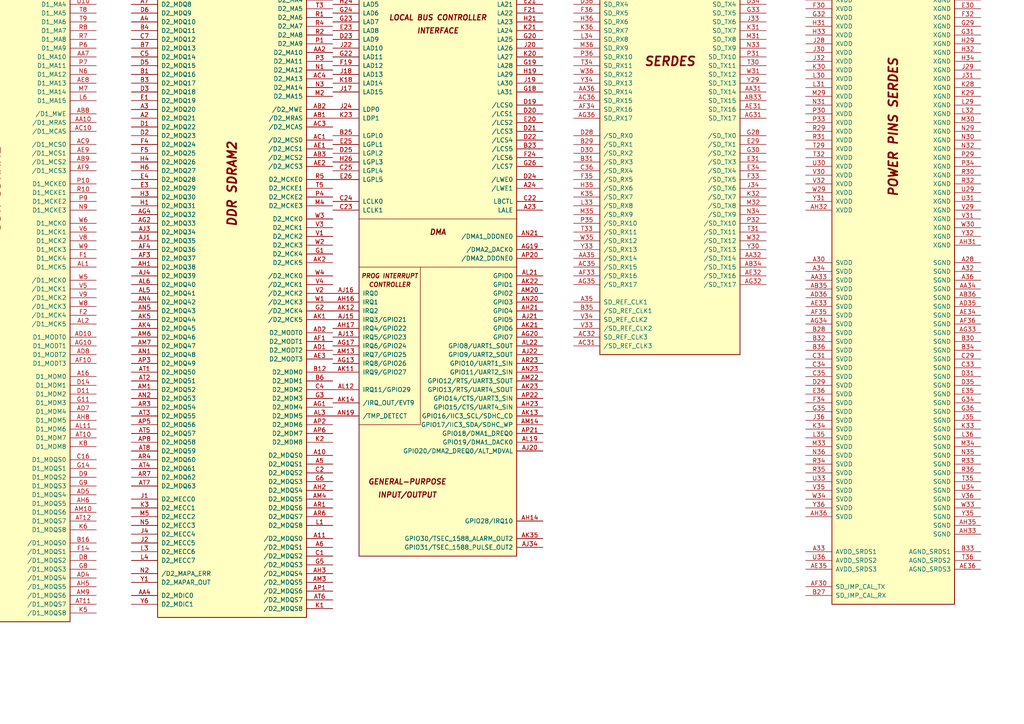
<source format=kicad_sch>
(kicad_sch (version 20250114) (generator "eeschema") (generator_version "9.0")
  (paper "A4")
  (lib_symbols
    (symbol "CPU:P4080-BGA1295" (pin_names (offset 1.016))
      (property "Reference" "U" (at 1.27 19.05 0))
      (property "Value" "P4080-BGA1295" (at 1.27 16.51 0))
      (symbol "P4080-BGA1295_1_1"
        (text "DDR SDRAM1" (at 1.27 26.67 900) (effects (font (size 2.54 2.54) (bold yes) (italic yes))))
        (pin bidirectional line (at -27.94 99.06 0) (length 7.62) (name "D1_MDQ0") (number "A17"))
        (pin bidirectional line (at -27.94 96.52 0) (length 7.62) (name "D1_MDQ1") (number "D17"))
        (pin bidirectional line (at -27.94 93.98 0) (length 7.62) (name "D1_MDQ2") (number "C14"))
        (pin bidirectional line (at -27.94 91.44 0) (length 7.62) (name "D1_MDQ3") (number "A14"))
        (pin bidirectional line (at -27.94 88.9 0) (length 7.62) (name "D1_MDQ4") (number "C17"))
        (pin bidirectional line (at -27.94 86.36 0) (length 7.62) (name "D1_MDQ5") (number "B17"))
        (pin bidirectional line (at -27.94 83.82 0) (length 7.62) (name "D1_MDQ6") (number "A15"))
        (pin bidirectional line (at -27.94 81.28 0) (length 7.62) (name "D1_MDQ7") (number "B15"))
        (pin bidirectional line (at -27.94 78.74 0) (length 7.62) (name "D1_MDQ8") (number "D15"))
        (pin bidirectional line (at -27.94 76.2 0) (length 7.62) (name "D1_MDQ9") (number "G15"))
        (pin bidirectional line (at -27.94 73.66 0) (length 7.62) (name "D1_MDQ10") (number "E12"))
        (pin bidirectional line (at -27.94 71.12 0) (length 7.62) (name "D1_MDQ11") (number "G12"))
        (pin bidirectional line (at -27.94 68.58 0) (length 7.62) (name "D1_MDQ12") (number "F16"))
        (pin bidirectional line (at -27.94 66.04 0) (length 7.62) (name "D1_MDQ13") (number "E15"))
        (pin bidirectional line (at -27.94 63.5 0) (length 7.62) (name "D1_MDQ14") (number "E13"))
        (pin bidirectional line (at -27.94 60.96 0) (length 7.62) (name "D1_MDQ15") (number "F13"))
        (pin bidirectional line (at -27.94 58.42 0) (length 7.62) (name "D1_MDQ16") (number "C8"))
        (pin bidirectional line (at -27.94 55.88 0) (length 7.62) (name "D1_MDQ17") (number "D12"))
        (pin bidirectional line (at -27.94 53.34 0) (length 7.62) (name "D1_MDQ18") (number "E9"))
        (pin bidirectional line (at -27.94 50.8 0) (length 7.62) (name "D1_MDQ19") (number "E10"))
        (pin bidirectional line (at -27.94 48.26 0) (length 7.62) (name "D1_MDQ20") (number "C11"))
        (pin bidirectional line (at -27.94 45.72 0) (length 7.62) (name "D1_MDQ21") (number "C10"))
        (pin bidirectional line (at -27.94 43.18 0) (length 7.62) (name "D1_MDQ22") (number "E6"))
        (pin bidirectional line (at -27.94 40.64 0) (length 7.62) (name "D1_MDQ23") (number "E7"))
        (pin bidirectional line (at -27.94 38.1 0) (length 7.62) (name "D1_MDQ24") (number "F7"))
        (pin bidirectional line (at -27.94 35.56 0) (length 7.62) (name "D1_MDQ25") (number "F11"))
        (pin bidirectional line (at -27.94 33.02 0) (length 7.62) (name "D1_MDQ26") (number "H10"))
        (pin bidirectional line (at -27.94 30.48 0) (length 7.62) (name "D1_MDQ27") (number "J10"))
        (pin bidirectional line (at -27.94 27.94 0) (length 7.62) (name "D1_MDQ28") (number "F10"))
        (pin bidirectional line (at -27.94 25.4 0) (length 7.62) (name "D1_MDQ29") (number "F8"))
        (pin bidirectional line (at -27.94 22.86 0) (length 7.62) (name "D1_MDQ30") (number "H7"))
        (pin bidirectional line (at -27.94 20.32 0) (length 7.62) (name "D1_MDQ31") (number "H9"))
        (pin bidirectional line (at -27.94 17.78 0) (length 7.62) (name "D1_MDQ32") (number "AC7"))
        (pin bidirectional line (at -27.94 15.24 0) (length 7.62) (name "D1_MDQ33") (number "AC6"))
        (pin bidirectional line (at -27.94 12.7 0) (length 7.62) (name "D1_MDQ34") (number "AF6"))
        (pin bidirectional line (at -27.94 10.16 0) (length 7.62) (name "D1_MDQ35") (number "AF7"))
        (pin bidirectional line (at -27.94 7.62 0) (length 7.62) (name "D1_MDQ36") (number "AB5"))
        (pin bidirectional line (at -27.94 5.08 0) (length 7.62) (name "D1_MDQ37") (number "AB6"))
        (pin bidirectional line (at -27.94 2.54 0) (length 7.62) (name "D1_MDQ38") (number "AE5"))
        (pin bidirectional line (at -27.94 0 0) (length 7.62) (name "D1_MDQ39") (number "AE6"))
        (pin bidirectional line (at -27.94 -2.54 0) (length 7.62) (name "D1_MDQ40") (number "AG5"))
        (pin bidirectional line (at -27.94 -5.08 0) (length 7.62) (name "D1_MDQ41") (number "AH9"))
        (pin bidirectional line (at -27.94 -7.62 0) (length 7.62) (name "D1_MDQ42") (number "AJ9"))
        (pin bidirectional line (at -27.94 -10.16 0) (length 7.62) (name "D1_MDQ43") (number "AJ10"))
        (pin bidirectional line (at -27.94 -12.7 0) (length 7.62) (name "D1_MDQ44") (number "AG8"))
        (pin bidirectional line (at -27.94 -15.24 0) (length 7.62) (name "D1_MDQ45") (number "AG7"))
        (pin bidirectional line (at -27.94 -17.78 0) (length 7.62) (name "D1_MDQ46") (number "AJ6"))
        (pin bidirectional line (at -27.94 -20.32 0) (length 7.62) (name "D1_MDQ47") (number "AJ7"))
        (pin bidirectional line (at -27.94 -22.86 0) (length 7.62) (name "D1_MDQ48") (number "AL9"))
        (pin bidirectional line (at -27.94 -25.4 0) (length 7.62) (name "D1_MDQ49") (number "AL8"))
        (pin bidirectional line (at -27.94 -27.94 0) (length 7.62) (name "D1_MDQ50") (number "AN10"))
        (pin bidirectional line (at -27.94 -30.48 0) (length 7.62) (name "D1_MDQ51") (number "AN11"))
        (pin bidirectional line (at -27.94 -33.02 0) (length 7.62) (name "D1_MDQ52") (number "AK8"))
        (pin bidirectional line (at -27.94 -35.56 0) (length 7.62) (name "D1_MDQ53") (number "AK7"))
        (pin bidirectional line (at -27.94 -38.1 0) (length 7.62) (name "D1_MDQ54") (number "AN7"))
        (pin bidirectional line (at -27.94 -40.64 0) (length 7.62) (name "D1_MDQ55") (number "AN8"))
        (pin bidirectional line (at -27.94 -43.18 0) (length 7.62) (name "D1_MDQ56") (number "AT9"))
        (pin bidirectional line (at -27.94 -45.72 0) (length 7.62) (name "D1_MDQ57") (number "AR10"))
        (pin bidirectional line (at -27.94 -48.26 0) (length 7.62) (name "D1_MDQ58") (number "AT13"))
        (pin bidirectional line (at -27.94 -50.8 0) (length 7.62) (name "D1_MDQ59") (number "AR13"))
        (pin bidirectional line (at -27.94 -53.34 0) (length 7.62) (name "D1_MDQ60") (number "AP9"))
        (pin bidirectional line (at -27.94 -55.88 0) (length 7.62) (name "D1_MDQ61") (number "AR9"))
        (pin bidirectional line (at -27.94 -58.42 0) (length 7.62) (name "D1_MDQ62") (number "AR12"))
        (pin bidirectional line (at -27.94 -60.96 0) (length 7.62) (name "D1_MDQ63") (number "AP12"))
        (pin bidirectional line (at -27.94 -64.77 0) (length 7.62) (name "D1_MECC0") (number "K9"))
        (pin bidirectional line (at -27.94 -67.31 0) (length 7.62) (name "D1_MECC1") (number "J5"))
        (pin bidirectional line (at -27.94 -69.85 0) (length 7.62) (name "D1_MECC2") (number "L10"))
        (pin bidirectional line (at -27.94 -72.39 0) (length 7.62) (name "D1_MECC3") (number "M10"))
        (pin bidirectional line (at -27.94 -74.93 0) (length 7.62) (name "D1_MECC4") (number "J8"))
        (pin bidirectional line (at -27.94 -77.47 0) (length 7.62) (name "D1_MECC5") (number "J7"))
        (pin bidirectional line (at -27.94 -80.01 0) (length 7.62) (name "D1_MECC6") (number "L7"))
        (pin bidirectional line (at -27.94 -82.55 0) (length 7.62) (name "D1_MECC7") (number "L9"))
        (pin input line (at -27.94 -86.36 0) (length 7.62) (name "/D1_MAPAR_ERR") (number "N8"))
        (pin output line (at -27.94 -88.9 0) (length 7.62) (name "D1_MAPAR_OUT") (number "Y7"))
        (pin bidirectional line (at -27.94 -92.71 0) (length 7.62) (name "D1_MDIC0") (number "T6"))
        (pin bidirectional line (at -27.94 -95.25 0) (length 7.62) (name "D1_MDIC1") (number "AA5"))
        (pin output line (at 30.48 99.06 180) (length 7.62) (name "D1_MBA0") (number "AA8"))
        (pin output line (at 30.48 96.52 180) (length 7.62) (name "D1_MBA1") (number "Y10"))
        (pin output line (at 30.48 93.98 180) (length 7.62) (name "D1_MBA2") (number "M8"))
        (pin output line (at 30.48 90.17 180) (length 7.62) (name "D1_MA0") (number "Y9"))
        (pin output line (at 30.48 87.63 180) (length 7.62) (name "D1_MA1") (number "U6"))
        (pin output line (at 30.48 85.09 180) (length 7.62) (name "D1_MA2") (number "U7"))
        (pin output line (at 30.48 82.55 180) (length 7.62) (name "D1_MA3") (number "U9"))
        (pin output line (at 30.48 80.01 180) (length 7.62) (name "D1_MA4") (number "U10"))
        (pin output line (at 30.48 77.47 180) (length 7.62) (name "D1_MA5") (number "T8"))
        (pin output line (at 30.48 74.93 180) (length 7.62) (name "D1_MA6") (number "T9"))
        (pin output line (at 30.48 72.39 180) (length 7.62) (name "D1_MA7") (number "R8"))
        (pin output line (at 30.48 69.85 180) (length 7.62) (name "D1_MA8") (number "R7"))
        (pin output line (at 30.48 67.31 180) (length 7.62) (name "D1_MA9") (number "P6"))
        (pin output line (at 30.48 64.77 180) (length 7.62) (name "D1_MA10") (number "AA7"))
        (pin output line (at 30.48 62.23 180) (length 7.62) (name "D1_MA11") (number "P7"))
        (pin output line (at 30.48 59.69 180) (length 7.62) (name "D1_MA12") (number "N6"))
        (pin output line (at 30.48 57.15 180) (length 7.62) (name "D1_MA13") (number "AE8"))
        (pin output line (at 30.48 54.61 180) (length 7.62) (name "D1_MA14") (number "M7"))
        (pin output line (at 30.48 52.07 180) (length 7.62) (name "D1_MA15") (number "L6"))
        (pin output line (at 30.48 48.26 180) (length 7.62) (name "/D1_MWE") (number "AB8"))
        (pin output line (at 30.48 45.72 180) (length 7.62) (name "/D1_MRAS") (number "AA10"))
        (pin output line (at 30.48 43.18 180) (length 7.62) (name "/D1_MCAS") (number "AC10"))
        (pin output line (at 30.48 39.37 180) (length 7.62) (name "/D1_MCS0") (number "AC9"))
        (pin output line (at 30.48 36.83 180) (length 7.62) (name "/D1_MCS1") (number "AE9"))
        (pin output line (at 30.48 34.29 180) (length 7.62) (name "/D1_MCS2") (number "AB9"))
        (pin output line (at 30.48 31.75 180) (length 7.62) (name "/D1_MCS3") (number "AF9"))
        (pin output line (at 30.48 27.94 180) (length 7.62) (name "D1_MCKE0") (number "P10"))
        (pin output line (at 30.48 25.4 180) (length 7.62) (name "D1_MCKE1") (number "R10"))
        (pin output line (at 30.48 22.86 180) (length 7.62) (name "D1_MCKE2") (number "P9"))
        (pin output line (at 30.48 20.32 180) (length 7.62) (name "D1_MCKE3") (number "N9"))
        (pin output line (at 30.48 16.51 180) (length 7.62) (name "D1_MCK0") (number "W6"))
        (pin output line (at 30.48 13.97 180) (length 7.62) (name "D1_MCK1") (number "V6"))
        (pin output line (at 30.48 11.43 180) (length 7.62) (name "D1_MCK2") (number "V8"))
        (pin output line (at 30.48 8.89 180) (length 7.62) (name "D1_MCK3") (number "W9"))
        (pin output line (at 30.48 6.35 180) (length 7.62) (name "D1_MCK4") (number "F1"))
        (pin output line (at 30.48 3.81 180) (length 7.62) (name "D1_MCK5") (number "AL1"))
        (pin output line (at 30.48 0 180) (length 7.62) (name "/D1_MCK0") (number "W5"))
        (pin output line (at 30.48 -2.54 180) (length 7.62) (name "/D1_MCK1") (number "V5"))
        (pin output line (at 30.48 -5.08 180) (length 7.62) (name "/D1_MCK2") (number "V9"))
        (pin output line (at 30.48 -7.62 180) (length 7.62) (name "/D1_MCK3") (number "W8"))
        (pin output line (at 30.48 -10.16 180) (length 7.62) (name "/D1_MCK4") (number "F2"))
        (pin output line (at 30.48 -12.7 180) (length 7.62) (name "/D1_MCK5") (number "AL2"))
        (pin output line (at 30.48 -16.51 180) (length 7.62) (name "D1_MODT0") (number "AD10"))
        (pin output line (at 30.48 -19.05 180) (length 7.62) (name "D1_MODT1") (number "AG10"))
        (pin output line (at 30.48 -21.59 180) (length 7.62) (name "D1_MODT2") (number "AD8"))
        (pin output line (at 30.48 -24.13 180) (length 7.62) (name "D1_MODT3") (number "AF10"))
        (pin output line (at 30.48 -27.94 180) (length 7.62) (name "D1_MDM0") (number "A16"))
        (pin output line (at 30.48 -30.48 180) (length 7.62) (name "D1_MDM1") (number "D14"))
        (pin output line (at 30.48 -33.02 180) (length 7.62) (name "D1_MDM2") (number "D11"))
        (pin output line (at 30.48 -35.56 180) (length 7.62) (name "D1_MDM3") (number "G11"))
        (pin output line (at 30.48 -38.1 180) (length 7.62) (name "D1_MDM4") (number "AD7"))
        (pin output line (at 30.48 -40.64 180) (length 7.62) (name "D1_MDM5") (number "AH8"))
        (pin output line (at 30.48 -43.18 180) (length 7.62) (name "D1_MDM6") (number "AL11"))
        (pin output line (at 30.48 -45.72 180) (length 7.62) (name "D1_MDM7") (number "AT10"))
        (pin output line (at 30.48 -48.26 180) (length 7.62) (name "D1_MDM8") (number "K8"))
        (pin bidirectional line (at 30.48 -52.07 180) (length 7.62) (name "D1_MDQS0") (number "C16"))
        (pin bidirectional line (at 30.48 -54.61 180) (length 7.62) (name "D1_MDQS1") (number "G14"))
        (pin bidirectional line (at 30.48 -57.15 180) (length 7.62) (name "D1_MDQS2") (number "D9"))
        (pin bidirectional line (at 30.48 -59.69 180) (length 7.62) (name "D1_MDQS3") (number "G9"))
        (pin bidirectional line (at 30.48 -62.23 180) (length 7.62) (name "D1_MDQS4") (number "AD5"))
        (pin bidirectional line (at 30.48 -64.77 180) (length 7.62) (name "D1_MDQS5") (number "AH6"))
        (pin bidirectional line (at 30.48 -67.31 180) (length 7.62) (name "D1_MDQS6") (number "AM10"))
        (pin bidirectional line (at 30.48 -69.85 180) (length 7.62) (name "D1_MDQS7") (number "AT12"))
        (pin bidirectional line (at 30.48 -72.39 180) (length 7.62) (name "D1_MDQS8") (number "K6"))
        (pin bidirectional line (at 30.48 -76.2 180) (length 7.62) (name "/D1_MDQS0") (number "B16"))
        (pin bidirectional line (at 30.48 -78.74 180) (length 7.62) (name "/D1_MDQS1") (number "F14"))
        (pin bidirectional line (at 30.48 -81.28 180) (length 7.62) (name "/D1_MDQS2") (number "D8"))
        (pin bidirectional line (at 30.48 -83.82 180) (length 7.62) (name "/D1_MDQS3") (number "G8"))
        (pin bidirectional line (at 30.48 -86.36 180) (length 7.62) (name "/D1_MDQS4") (number "AD4"))
        (pin bidirectional line (at 30.48 -88.9 180) (length 7.62) (name "/D1_MDQS5") (number "AH5"))
        (pin bidirectional line (at 30.48 -91.44 180) (length 7.62) (name "/D1_MDQS6") (number "AM9"))
        (pin bidirectional line (at 30.48 -93.98 180) (length 7.62) (name "/D1_MDQS7") (number "AT11"))
        (pin bidirectional line (at 30.48 -96.52 180) (length 7.62) (name "/D1_MDQS8") (number "K5"))
      )
      (symbol "P4080-BGA1295_2_1"
        (text "DDR SDRAM2" (at 1.27 26.67 900) (effects (font (size 2.54 2.54) (bold yes) (italic yes))))
        (pin bidirectional line (at -27.94 99.06 0) (length 7.62) (name "D2_MDQ0") (number "C13"))
        (pin bidirectional line (at -27.94 96.52 0) (length 7.62) (name "D2_MDQ1") (number "A12"))
        (pin bidirectional line (at -27.94 93.98 0) (length 7.62) (name "D2_MDQ2") (number "B9"))
        (pin bidirectional line (at -27.94 91.44 0) (length 7.62) (name "D2_MDQ3") (number "A8"))
        (pin bidirectional line (at -27.94 88.9 0) (length 7.62) (name "D2_MDQ4") (number "A13"))
        (pin bidirectional line (at -27.94 86.36 0) (length 7.62) (name "D2_MDQ5") (number "B13"))
        (pin bidirectional line (at -27.94 83.82 0) (length 7.62) (name "D2_MDQ6") (number "B10"))
        (pin bidirectional line (at -27.94 81.28 0) (length 7.62) (name "D2_MDQ7") (number "A9"))
        (pin bidirectional line (at -27.94 78.74 0) (length 7.62) (name "D2_MDQ8") (number "A7"))
        (pin bidirectional line (at -27.94 76.2 0) (length 7.62) (name "D2_MDQ9") (number "D6"))
        (pin bidirectional line (at -27.94 73.66 0) (length 7.62) (name "D2_MDQ10") (number "A4"))
        (pin bidirectional line (at -27.94 71.12 0) (length 7.62) (name "D2_MDQ11") (number "B4"))
        (pin bidirectional line (at -27.94 68.58 0) (length 7.62) (name "D2_MDQ12") (number "C7"))
        (pin bidirectional line (at -27.94 66.04 0) (length 7.62) (name "D2_MDQ13") (number "B7"))
        (pin bidirectional line (at -27.94 63.5 0) (length 7.62) (name "D2_MDQ14") (number "C5"))
        (pin bidirectional line (at -27.94 60.96 0) (length 7.62) (name "D2_MDQ15") (number "D5"))
        (pin bidirectional line (at -27.94 58.42 0) (length 7.62) (name "D2_MDQ16") (number "B1"))
        (pin bidirectional line (at -27.94 55.88 0) (length 7.62) (name "D2_MDQ17") (number "B3"))
        (pin bidirectional line (at -27.94 53.34 0) (length 7.62) (name "D2_MDQ18") (number "D3"))
        (pin bidirectional line (at -27.94 50.8 0) (length 7.62) (name "D2_MDQ19") (number "E1"))
        (pin bidirectional line (at -27.94 48.26 0) (length 7.62) (name "D2_MDQ20") (number "A3"))
        (pin bidirectional line (at -27.94 45.72 0) (length 7.62) (name "D2_MDQ21") (number "A2"))
        (pin bidirectional line (at -27.94 43.18 0) (length 7.62) (name "D2_MDQ22") (number "D1"))
        (pin bidirectional line (at -27.94 40.64 0) (length 7.62) (name "D2_MDQ23") (number "D2"))
        (pin bidirectional line (at -27.94 38.1 0) (length 7.62) (name "D2_MDQ24") (number "F4"))
        (pin bidirectional line (at -27.94 35.56 0) (length 7.62) (name "D2_MDQ25") (number "F5"))
        (pin bidirectional line (at -27.94 33.02 0) (length 7.62) (name "D2_MDQ26") (number "H4"))
        (pin bidirectional line (at -27.94 30.48 0) (length 7.62) (name "D2_MDQ27") (number "H6"))
        (pin bidirectional line (at -27.94 27.94 0) (length 7.62) (name "D2_MDQ28") (number "E4"))
        (pin bidirectional line (at -27.94 25.4 0) (length 7.62) (name "D2_MDQ29") (number "E3"))
        (pin bidirectional line (at -27.94 22.86 0) (length 7.62) (name "D2_MDQ30") (number "H3"))
        (pin bidirectional line (at -27.94 20.32 0) (length 7.62) (name "D2_MDQ31") (number "H1"))
        (pin bidirectional line (at -27.94 17.78 0) (length 7.62) (name "D2_MDQ32") (number "AG4"))
        (pin bidirectional line (at -27.94 15.24 0) (length 7.62) (name "D2_MDQ33") (number "AG2"))
        (pin bidirectional line (at -27.94 12.7 0) (length 7.62) (name "D2_MDQ34") (number "AJ3"))
        (pin bidirectional line (at -27.94 10.16 0) (length 7.62) (name "D2_MDQ35") (number "AJ1"))
        (pin bidirectional line (at -27.94 7.62 0) (length 7.62) (name "D2_MDQ36") (number "AF4"))
        (pin bidirectional line (at -27.94 5.08 0) (length 7.62) (name "D2_MDQ37") (number "AF3"))
        (pin bidirectional line (at -27.94 2.54 0) (length 7.62) (name "D2_MDQ38") (number "AH1"))
        (pin bidirectional line (at -27.94 0 0) (length 7.62) (name "D2_MDQ39") (number "AJ4"))
        (pin bidirectional line (at -27.94 -2.54 0) (length 7.62) (name "D2_MDQ40") (number "AL6"))
        (pin bidirectional line (at -27.94 -5.08 0) (length 7.62) (name "D2_MDQ41") (number "AL5"))
        (pin bidirectional line (at -27.94 -7.62 0) (length 7.62) (name "D2_MDQ42") (number "AN4"))
        (pin bidirectional line (at -27.94 -10.16 0) (length 7.62) (name "D2_MDQ43") (number "AN5"))
        (pin bidirectional line (at -27.94 -12.7 0) (length 7.62) (name "D2_MDQ44") (number "AK5"))
        (pin bidirectional line (at -27.94 -15.24 0) (length 7.62) (name "D2_MDQ45") (number "AK4"))
        (pin bidirectional line (at -27.94 -17.78 0) (length 7.62) (name "D2_MDQ46") (number "AM6"))
        (pin bidirectional line (at -27.94 -20.32 0) (length 7.62) (name "D2_MDQ47") (number "AM7"))
        (pin bidirectional line (at -27.94 -22.86 0) (length 7.62) (name "D2_MDQ48") (number "AN1"))
        (pin bidirectional line (at -27.94 -25.4 0) (length 7.62) (name "D2_MDQ49") (number "AP3"))
        (pin bidirectional line (at -27.94 -27.94 0) (length 7.62) (name "D2_MDQ50") (number "AT1"))
        (pin bidirectional line (at -27.94 -30.48 0) (length 7.62) (name "D2_MDQ51") (number "AT2"))
        (pin bidirectional line (at -27.94 -33.02 0) (length 7.62) (name "D2_MDQ52") (number "AM1"))
        (pin bidirectional line (at -27.94 -35.56 0) (length 7.62) (name "D2_MDQ53") (number "AN2"))
        (pin bidirectional line (at -27.94 -38.1 0) (length 7.62) (name "D2_MDQ54") (number "AR3"))
        (pin bidirectional line (at -27.94 -40.64 0) (length 7.62) (name "D2_MDQ55") (number "AT3"))
        (pin bidirectional line (at -27.94 -43.18 0) (length 7.62) (name "D2_MDQ56") (number "AP5"))
        (pin bidirectional line (at -27.94 -45.72 0) (length 7.62) (name "D2_MDQ57") (number "AT5"))
        (pin bidirectional line (at -27.94 -48.26 0) (length 7.62) (name "D2_MDQ58") (number "AP8"))
        (pin bidirectional line (at -27.94 -50.8 0) (length 7.62) (name "D2_MDQ59") (number "AT8"))
        (pin bidirectional line (at -27.94 -53.34 0) (length 7.62) (name "D2_MDQ60") (number "AR4"))
        (pin bidirectional line (at -27.94 -55.88 0) (length 7.62) (name "D2_MDQ61") (number "AT4"))
        (pin bidirectional line (at -27.94 -58.42 0) (length 7.62) (name "D2_MDQ62") (number "AR7"))
        (pin bidirectional line (at -27.94 -60.96 0) (length 7.62) (name "D2_MDQ63") (number "AT7"))
        (pin bidirectional line (at -27.94 -64.77 0) (length 7.62) (name "D2_MECC0") (number "J1"))
        (pin bidirectional line (at -27.94 -67.31 0) (length 7.62) (name "D2_MECC1") (number "K3"))
        (pin bidirectional line (at -27.94 -69.85 0) (length 7.62) (name "D2_MECC2") (number "M5"))
        (pin bidirectional line (at -27.94 -72.39 0) (length 7.62) (name "D2_MECC3") (number "N5"))
        (pin bidirectional line (at -27.94 -74.93 0) (length 7.62) (name "D2_MECC4") (number "J4"))
        (pin bidirectional line (at -27.94 -77.47 0) (length 7.62) (name "D2_MECC5") (number "J2"))
        (pin bidirectional line (at -27.94 -80.01 0) (length 7.62) (name "D2_MECC6") (number "L3"))
        (pin bidirectional line (at -27.94 -82.55 0) (length 7.62) (name "D2_MECC7") (number "L4"))
        (pin input line (at -27.94 -86.36 0) (length 7.62) (name "/D2_MAPA_ERR") (number "N2"))
        (pin output line (at -27.94 -88.9 0) (length 7.62) (name "D2_MAPAR_OUT") (number "Y1"))
        (pin bidirectional line (at -27.94 -92.71 0) (length 7.62) (name "D2_MDIC0") (number "AA4"))
        (pin bidirectional line (at -27.94 -95.25 0) (length 7.62) (name "D2_MDIC1") (number "Y6"))
        (pin output line (at 30.48 99.06 180) (length 7.62) (name "D2_MBA0") (number "AA3"))
        (pin output line (at 30.48 96.52 180) (length 7.62) (name "D2_MBA1") (number "AA1"))
        (pin output line (at 30.48 93.98 180) (length 7.62) (name "D2_MBA2") (number "M1"))
        (pin output line (at 30.48 90.17 180) (length 7.62) (name "D2_MA0") (number "Y4"))
        (pin output line (at 30.48 87.63 180) (length 7.62) (name "D2_MA1") (number "U1"))
        (pin output line (at 30.48 85.09 180) (length 7.62) (name "D2_MA2") (number "U4"))
        (pin output line (at 30.48 82.55 180) (length 7.62) (name "D2_MA3") (number "T1"))
        (pin output line (at 30.48 80.01 180) (length 7.62) (name "D2_MA4") (number "T2"))
        (pin output line (at 30.48 77.47 180) (length 7.62) (name "D2_MA5") (number "T3"))
        (pin output line (at 30.48 74.93 180) (length 7.62) (name "D2_MA6") (number "R1"))
        (pin output line (at 30.48 72.39 180) (length 7.62) (name "D2_MA7") (number "R4"))
        (pin output line (at 30.48 69.85 180) (length 7.62) (name "D2_MA8") (number "R2"))
        (pin output line (at 30.48 67.31 180) (length 7.62) (name "D2_MA9") (number "P1"))
        (pin output line (at 30.48 64.77 180) (length 7.62) (name "D2_MA10") (number "AA2"))
        (pin output line (at 30.48 62.23 180) (length 7.62) (name "D2_MA11") (number "P3"))
        (pin output line (at 30.48 59.69 180) (length 7.62) (name "D2_MA12") (number "N1"))
        (pin output line (at 30.48 57.15 180) (length 7.62) (name "D2_MA13") (number "AC4"))
        (pin output line (at 30.48 54.61 180) (length 7.62) (name "D2_MA14") (number "N3"))
        (pin output line (at 30.48 52.07 180) (length 7.62) (name "D2_MA15") (number "M2"))
        (pin output line (at 30.48 48.26 180) (length 7.62) (name "/D2_MWE") (number "AB2"))
        (pin output line (at 30.48 45.72 180) (length 7.62) (name "/D2_MRAS") (number "AB1"))
        (pin output line (at 30.48 43.18 180) (length 7.62) (name "/D2_MCAS") (number "AC3"))
        (pin output line (at 30.48 39.37 180) (length 7.62) (name "/D2_MCS0") (number "AC1"))
        (pin output line (at 30.48 36.83 180) (length 7.62) (name "/D2_MCS1") (number "AE1"))
        (pin output line (at 30.48 34.29 180) (length 7.62) (name "/D2_MCS2") (number "AB3"))
        (pin output line (at 30.48 31.75 180) (length 7.62) (name "/D2_MCS3") (number "AE2"))
        (pin output line (at 30.48 27.94 180) (length 7.62) (name "D2_MCKE0") (number "R5"))
        (pin output line (at 30.48 25.4 180) (length 7.62) (name "D2_MCKE1") (number "T5"))
        (pin output line (at 30.48 22.86 180) (length 7.62) (name "D2_MCKE2") (number "P4"))
        (pin output line (at 30.48 20.32 180) (length 7.62) (name "D2_MCKE3") (number "M4"))
        (pin output line (at 30.48 16.51 180) (length 7.62) (name "D2_MCK0") (number "W3"))
        (pin output line (at 30.48 13.97 180) (length 7.62) (name "D2_MCK1") (number "V3"))
        (pin output line (at 30.48 11.43 180) (length 7.62) (name "D2_MCK2") (number "V1"))
        (pin output line (at 30.48 8.89 180) (length 7.62) (name "D2_MCK3") (number "W2"))
        (pin output line (at 30.48 6.35 180) (length 7.62) (name "D2_MCK4") (number "G1"))
        (pin output line (at 30.48 3.81 180) (length 7.62) (name "D2_MCK5") (number "AK2"))
        (pin output line (at 30.48 0 180) (length 7.62) (name "/D2_MCK0") (number "W4"))
        (pin output line (at 30.48 -2.54 180) (length 7.62) (name "/D2_MCK1") (number "V4"))
        (pin output line (at 30.48 -5.08 180) (length 7.62) (name "/D2_MCK2") (number "V2"))
        (pin output line (at 30.48 -7.62 180) (length 7.62) (name "/D2_MCK3") (number "W1"))
        (pin output line (at 30.48 -10.16 180) (length 7.62) (name "/D2_MCK4") (number "G2"))
        (pin output line (at 30.48 -12.7 180) (length 7.62) (name "/D2_MCK5") (number "AK1"))
        (pin output line (at 30.48 -16.51 180) (length 7.62) (name "D2_MODT0") (number "AD2"))
        (pin output line (at 30.48 -19.05 180) (length 7.62) (name "D2_MODT1") (number "AF1"))
        (pin output line (at 30.48 -21.59 180) (length 7.62) (name "D2_MODT2") (number "AD1"))
        (pin output line (at 30.48 -24.13 180) (length 7.62) (name "D2_MODT3") (number "AE3"))
        (pin output line (at 30.48 -27.94 180) (length 7.62) (name "D2_MDM0") (number "B12"))
        (pin output line (at 30.48 -30.48 180) (length 7.62) (name "D2_MDM1") (number "B6"))
        (pin output line (at 30.48 -33.02 180) (length 7.62) (name "D2_MDM2") (number "C4"))
        (pin output line (at 30.48 -35.56 180) (length 7.62) (name "D2_MDM3") (number "G3"))
        (pin output line (at 30.48 -38.1 180) (length 7.62) (name "D2_MDM4") (number "AG1"))
        (pin output line (at 30.48 -40.64 180) (length 7.62) (name "D2_MDM5") (number "AL3"))
        (pin output line (at 30.48 -43.18 180) (length 7.62) (name "D2_MDM6") (number "AP2"))
        (pin output line (at 30.48 -45.72 180) (length 7.62) (name "D2_MDM7") (number "AP6"))
        (pin output line (at 30.48 -48.26 180) (length 7.62) (name "D2_MDM8") (number "K2"))
        (pin bidirectional line (at 30.48 -52.07 180) (length 7.62) (name "D2_MDQS0") (number "A10"))
        (pin bidirectional line (at 30.48 -54.61 180) (length 7.62) (name "D2_MDQS1") (number "A5"))
        (pin bidirectional line (at 30.48 -57.15 180) (length 7.62) (name "D2_MDQS2") (number "C2"))
        (pin bidirectional line (at 30.48 -59.69 180) (length 7.62) (name "D2_MDQS3") (number "G6"))
        (pin bidirectional line (at 30.48 -62.23 180) (length 7.62) (name "D2_MDQS4") (number "AH2"))
        (pin bidirectional line (at 30.48 -64.77 180) (length 7.62) (name "D2_MDQS5") (number "AM4"))
        (pin bidirectional line (at 30.48 -67.31 180) (length 7.62) (name "D2_MDQS6") (number "AR1"))
        (pin bidirectional line (at 30.48 -69.85 180) (length 7.62) (name "D2_MDQS7") (number "AR6"))
        (pin bidirectional line (at 30.48 -72.39 180) (length 7.62) (name "D2_MDQS8") (number "L1"))
        (pin bidirectional line (at 30.48 -76.2 180) (length 7.62) (name "/D2_MDQS0") (number "A11"))
        (pin bidirectional line (at 30.48 -78.74 180) (length 7.62) (name "/D2_MDQS1") (number "A6"))
        (pin bidirectional line (at 30.48 -81.28 180) (length 7.62) (name "/D2_MDQS2") (number "C1"))
        (pin bidirectional line (at 30.48 -83.82 180) (length 7.62) (name "/D2_MDQS3") (number "G5"))
        (pin bidirectional line (at 30.48 -86.36 180) (length 7.62) (name "/D2_MDQS4") (number "AH3"))
        (pin bidirectional line (at 30.48 -88.9 180) (length 7.62) (name "/D2_MDQS5") (number "AM3"))
        (pin bidirectional line (at 30.48 -91.44 180) (length 7.62) (name "/D2_MDQS6") (number "AP1"))
        (pin bidirectional line (at 30.48 -93.98 180) (length 7.62) (name "/D2_MDQS7") (number "AT6"))
        (pin bidirectional line (at 30.48 -96.52 180) (length 7.62) (name "/D2_MDQS8") (number "K1"))
      )
      (symbol "P4080-BGA1295_3_1"
        (text "PROG INTERRUPT" (at -13.97 -5.08 0) (effects (font (size 1.27 1.27) (bold yes) (italic yes))))
        (text "CONTROLLER" (at -13.97 -7.62 0) (effects (font (size 1.27 1.27) (bold yes) (italic yes))))
        (text "GENERAL-PURPOSE" (at -8.89 -64.77 0) (effects (font (size 1.524 1.524) (bold yes) (italic yes))))
        (text "INPUT/OUTPUT" (at -8.89 -68.58 0) (effects (font (size 1.524 1.524) (bold yes) (italic yes))))
        (text "LOCAL BUS CONTROLLER" (at 0 69.85 0) (effects (font (size 1.524 1.524) (bold yes) (italic yes))))
        (text "INTERFACE" (at 0 66.04 0) (effects (font (size 1.524 1.524) (bold yes) (italic yes))))
        (text "DMA" (at 0 7.62 0) (effects (font (size 1.524 1.524) (bold yes) (italic yes))))
        (pin bidirectional line (at -30.48 86.36 0) (length 7.62) (name "LAD0") (number "K26"))
        (pin bidirectional line (at -30.48 83.82 0) (length 7.62) (name "LAD1") (number "L26"))
        (pin bidirectional line (at -30.48 81.28 0) (length 7.62) (name "LAD2") (number "J26"))
        (pin bidirectional line (at -30.48 78.74 0) (length 7.62) (name "LAD3") (number "H25"))
        (pin bidirectional line (at -30.48 76.2 0) (length 7.62) (name "LAD4") (number "F25"))
        (pin bidirectional line (at -30.48 73.66 0) (length 7.62) (name "LAD5") (number "H24"))
        (pin bidirectional line (at -30.48 71.12 0) (length 7.62) (name "LAD6") (number "G24"))
        (pin bidirectional line (at -30.48 68.58 0) (length 7.62) (name "LAD7") (number "G23"))
        (pin bidirectional line (at -30.48 66.04 0) (length 7.62) (name "LAD8") (number "E23"))
        (pin bidirectional line (at -30.48 63.5 0) (length 7.62) (name "LAD9") (number "D23"))
        (pin bidirectional line (at -30.48 60.96 0) (length 7.62) (name "LAD10") (number "J22"))
        (pin bidirectional line (at -30.48 58.42 0) (length 7.62) (name "LAD11") (number "G22"))
        (pin bidirectional line (at -30.48 55.88 0) (length 7.62) (name "LAD12") (number "F19"))
        (pin bidirectional line (at -30.48 53.34 0) (length 7.62) (name "LAD13") (number "J18"))
        (pin bidirectional line (at -30.48 50.8 0) (length 7.62) (name "LAD14") (number "K18"))
        (pin bidirectional line (at -30.48 48.26 0) (length 7.62) (name "LAD15") (number "J17"))
        (pin bidirectional line (at -30.48 43.18 0) (length 7.62) (name "LDP0") (number "J24"))
        (pin bidirectional line (at -30.48 40.64 0) (length 7.62) (name "LDP1") (number "K23"))
        (pin output line (at -30.48 35.56 0) (length 7.62) (name "LGPL0") (number "B25"))
        (pin output line (at -30.48 33.02 0) (length 7.62) (name "LGPL1") (number "E25"))
        (pin output line (at -30.48 30.48 0) (length 7.62) (name "LGPL2") (number "D25"))
        (pin output line (at -30.48 27.94 0) (length 7.62) (name "LGPL3") (number "H26"))
        (pin bidirectional line (at -30.48 25.4 0) (length 7.62) (name "LGPL4") (number "C25"))
        (pin output line (at -30.48 22.86 0) (length 7.62) (name "LGPL5") (number "E26"))
        (pin output line (at -30.48 16.51 0) (length 7.62) (name "LCLK0") (number "C24"))
        (pin output line (at -30.48 13.97 0) (length 7.62) (name "LCLK1") (number "C23"))
        (pin input line (at -30.48 -10.16 0) (length 7.62) (name "IRQ0") (number "AJ16"))
        (pin input line (at -30.48 -12.7 0) (length 7.62) (name "IRQ1") (number "AH16"))
        (pin input line (at -30.48 -15.24 0) (length 7.62) (name "IRQ2") (number "AK12"))
        (pin input line (at -30.48 -17.78 0) (length 7.62) (name "IRQ3/GPIO21") (number "AJ15"))
        (pin input line (at -30.48 -20.32 0) (length 7.62) (name "IRQ4/GPIO22") (number "AH17"))
        (pin input line (at -30.48 -22.86 0) (length 7.62) (name "IRQ5/GPIO23") (number "AJ13"))
        (pin input line (at -30.48 -25.4 0) (length 7.62) (name "IRQ6/GPIO24") (number "AG17"))
        (pin input line (at -30.48 -27.94 0) (length 7.62) (name "IRQ7/GPIO25") (number "AM13"))
        (pin input line (at -30.48 -30.48 0) (length 7.62) (name "IRQ8/GPIO26") (number "AG13"))
        (pin input line (at -30.48 -33.02 0) (length 7.62) (name "IRQ9/GPIO27") (number "AK11"))
        (pin input line (at -30.48 -38.1 0) (length 7.62) (name "IRQ11/GPIO29") (number "AL12"))
        (pin output line (at -30.48 -41.91 0) (length 7.62) (name "/IRQ_OUT/EVT9") (number "AK14"))
        (pin input line (at -30.48 -45.72 0) (length 7.62) (name "/TMP_DETECT") (number "AN19"))
        (pin output line (at 30.48 86.36 180) (length 7.62) (name "LA16") (number "J25"))
        (pin output line (at 30.48 83.82 180) (length 7.62) (name "LA17") (number "G25"))
        (pin output line (at 30.48 81.28 180) (length 7.62) (name "LA18") (number "H23"))
        (pin output line (at 30.48 78.74 180) (length 7.62) (name "LA19") (number "F22"))
        (pin output line (at 30.48 76.2 180) (length 7.62) (name "LA20") (number "H22"))
        (pin output line (at 30.48 73.66 180) (length 7.62) (name "LA21") (number "E21"))
        (pin output line (at 30.48 71.12 180) (length 7.62) (name "LA22") (number "F21"))
        (pin output line (at 30.48 68.58 180) (length 7.62) (name "LA23") (number "H21"))
        (pin output line (at 30.48 66.04 180) (length 7.62) (name "LA24") (number "K21"))
        (pin output line (at 30.48 63.5 180) (length 7.62) (name "LA25") (number "G20"))
        (pin output line (at 30.48 60.96 180) (length 7.62) (name "LA26") (number "J20"))
        (pin output line (at 30.48 58.42 180) (length 7.62) (name "LA27") (number "K20"))
        (pin output line (at 30.48 55.88 180) (length 7.62) (name "LA28") (number "G19"))
        (pin output line (at 30.48 53.34 180) (length 7.62) (name "LA29") (number "H19"))
        (pin output line (at 30.48 50.8 180) (length 7.62) (name "LA30") (number "J19"))
        (pin output line (at 30.48 48.26 180) (length 7.62) (name "LA31") (number "G18"))
        (pin output line (at 30.48 44.45 180) (length 7.62) (name "/LCS0") (number "D19"))
        (pin output line (at 30.48 41.91 180) (length 7.62) (name "/LCS1") (number "D20"))
        (pin output line (at 30.48 39.37 180) (length 7.62) (name "/LCS2") (number "E20"))
        (pin output line (at 30.48 36.83 180) (length 7.62) (name "/LCS3") (number "D21"))
        (pin output line (at 30.48 34.29 180) (length 7.62) (name "/LCS4") (number "D22"))
        (pin output line (at 30.48 31.75 180) (length 7.62) (name "/LCS5") (number "B23"))
        (pin output line (at 30.48 29.21 180) (length 7.62) (name "/LCS6") (number "F24"))
        (pin output line (at 30.48 26.67 180) (length 7.62) (name "/LCS7") (number "G26"))
        (pin output line (at 30.48 22.86 180) (length 7.62) (name "/LWE0") (number "D24"))
        (pin output line (at 30.48 20.32 180) (length 7.62) (name "/LWE1") (number "A24"))
        (pin output line (at 30.48 16.51 180) (length 7.62) (name "LBCTL") (number "C22"))
        (pin bidirectional line (at 30.48 13.97 180) (length 7.62) (name "LALE") (number "A23"))
        (pin output line (at 30.48 6.35 180) (length 7.62) (name "/DMA1_DDONE0") (number "AN21"))
        (pin output line (at 30.48 2.54 180) (length 7.62) (name "/DMA2_DACK0") (number "AG19"))
        (pin output line (at 30.48 0 180) (length 7.62) (name "/DMA2_DDONE0") (number "AP20"))
        (pin bidirectional line (at 30.48 -5.08 180) (length 7.62) (name "GPIO0") (number "AL21"))
        (pin bidirectional line (at 30.48 -7.62 180) (length 7.62) (name "GPIO1") (number "AK22"))
        (pin bidirectional line (at 30.48 -10.16 180) (length 7.62) (name "GPIO2") (number "AM20"))
        (pin bidirectional line (at 30.48 -12.7 180) (length 7.62) (name "GPIO3") (number "AN20"))
        (pin bidirectional line (at 30.48 -15.24 180) (length 7.62) (name "GPIO4") (number "AH21"))
        (pin bidirectional line (at 30.48 -17.78 180) (length 7.62) (name "GPIO5") (number "AJ21"))
        (pin bidirectional line (at 30.48 -20.32 180) (length 7.62) (name "GPIO6") (number "AK21"))
        (pin bidirectional line (at 30.48 -22.86 180) (length 7.62) (name "GPIO7") (number "AG20"))
        (pin bidirectional line (at 30.48 -25.4 180) (length 7.62) (name "GPIO8/UART1_SOUT") (number "AL22"))
        (pin bidirectional line (at 30.48 -27.94 180) (length 7.62) (name "GPIO9/UART2_SOUT") (number "AJ22"))
        (pin bidirectional line (at 30.48 -30.48 180) (length 7.62) (name "GPIO10/UART1_SIN") (number "AR23"))
        (pin bidirectional line (at 30.48 -33.02 180) (length 7.62) (name "GPIO11/UART2_SIN") (number "AN23"))
        (pin bidirectional line (at 30.48 -35.56 180) (length 7.62) (name "GPIO12/RTS/UART3_SOUT") (number "AM22"))
        (pin bidirectional line (at 30.48 -38.1 180) (length 7.62) (name "GPIO13/RTS/UART4_SOUT") (number "AK23"))
        (pin bidirectional line (at 30.48 -40.64 180) (length 7.62) (name "GPIO14/CTS/UART3_SIN") (number "AP22"))
        (pin bidirectional line (at 30.48 -43.18 180) (length 7.62) (name "GPIO15/CTS/UART4_SIN") (number "AH23"))
        (pin bidirectional line (at 30.48 -45.72 180) (length 7.62) (name "GPIO16/IIC3_SCL/SDHC_CD") (number "AK13"))
        (pin bidirectional line (at 30.48 -48.26 180) (length 7.62) (name "GPIO17/IIC3_SDA/SDHC_WP") (number "AM14"))
        (pin bidirectional line (at 30.48 -50.8 180) (length 7.62) (name "GPIO18/DMA1_DREQ0") (number "AP21"))
        (pin bidirectional line (at 30.48 -53.34 180) (length 7.62) (name "GPIO19/DMA1_DACK0") (number "AL19"))
        (pin bidirectional line (at 30.48 -55.88 180) (length 7.62) (name "GPIO20/DMA2_DREQ0/ALT_MDVAL") (number "AJ20"))
        (pin bidirectional line (at 30.48 -76.2 180) (length 7.62) (name "GPIO28/IRQ10") (number "AH14"))
        (pin bidirectional line (at 30.48 -81.28 180) (length 7.62) (name "GPIO30/TSEC_1588_ALARM_OUT2") (number "AK35"))
        (pin bidirectional line (at 30.48 -83.82 180) (length 7.62) (name "GPIO31/TSEC_1588_PULSE_OUT2") (number "AJ34"))
      )
      (symbol "P4080-BGA1295_4_1"
        (text "SERDES" (at 0 29.21 0) (effects (font (size 2.54 2.54) (bold yes) (italic yes))))
        (pin input line (at -27.94 55.88 0) (length 7.62) (name "SD_RX0") (number "C28"))
        (pin input line (at -27.94 53.34 0) (length 7.62) (name "SD_RX1") (number "A29"))
        (pin input line (at -27.94 50.8 0) (length 7.62) (name "SD_RX2") (number "C30"))
        (pin input line (at -27.94 48.26 0) (length 7.62) (name "SD_RX3") (number "A31"))
        (pin input line (at -27.94 45.72 0) (length 7.62) (name "SD_RX4") (number "D36"))
        (pin input line (at -27.94 43.18 0) (length 7.62) (name "SD_RX5") (number "F36"))
        (pin input line (at -27.94 40.64 0) (length 7.62) (name "SD_RX6") (number "H36"))
        (pin input line (at -27.94 38.1 0) (length 7.62) (name "SD_RX7") (number "K36"))
        (pin input line (at -27.94 35.56 0) (length 7.62) (name "SD_RX8") (number "L34"))
        (pin input line (at -27.94 33.02 0) (length 7.62) (name "SD_RX9") (number "M36"))
        (pin input line (at -27.94 30.48 0) (length 7.62) (name "SD_RX10") (number "P36"))
        (pin input line (at -27.94 27.94 0) (length 7.62) (name "SD_RX11") (number "T34"))
        (pin input line (at -27.94 25.4 0) (length 7.62) (name "SD_RX12") (number "W36"))
        (pin input line (at -27.94 22.86 0) (length 7.62) (name "SD_RX13") (number "Y34"))
        (pin input line (at -27.94 20.32 0) (length 7.62) (name "SD_RX14") (number "AA36"))
        (pin input line (at -27.94 17.78 0) (length 7.62) (name "SD_RX15") (number "AC36"))
        (pin input line (at -27.94 15.24 0) (length 7.62) (name "SD_RX16") (number "AF34"))
        (pin input line (at -27.94 12.7 0) (length 7.62) (name "SD_RX17") (number "AG36"))
        (pin input line (at -27.94 7.62 0) (length 7.62) (name "/SD_RX0") (number "D28"))
        (pin input line (at -27.94 5.08 0) (length 7.62) (name "/SD_RX1") (number "B29"))
        (pin input line (at -27.94 2.54 0) (length 7.62) (name "/SD_RX2") (number "D30"))
        (pin input line (at -27.94 0 0) (length 7.62) (name "/SD_RX3") (number "B31"))
        (pin input line (at -27.94 -2.54 0) (length 7.62) (name "/SD_RX4") (number "C36"))
        (pin input line (at -27.94 -5.08 0) (length 7.62) (name "/SD_RX5") (number "F35"))
        (pin input line (at -27.94 -7.62 0) (length 7.62) (name "/SD_RX6") (number "H35"))
        (pin input line (at -27.94 -10.16 0) (length 7.62) (name "/SD_RX7") (number "K35"))
        (pin input line (at -27.94 -12.7 0) (length 7.62) (name "/SD_RX8") (number "L33"))
        (pin input line (at -27.94 -15.24 0) (length 7.62) (name "/SD_RX9") (number "M35"))
        (pin input line (at -27.94 -17.78 0) (length 7.62) (name "/SD_RX10") (number "P35"))
        (pin input line (at -27.94 -20.32 0) (length 7.62) (name "/SD_RX11") (number "T33"))
        (pin input line (at -27.94 -22.86 0) (length 7.62) (name "/SD_RX12") (number "W35"))
        (pin input line (at -27.94 -25.4 0) (length 7.62) (name "/SD_RX13") (number "Y33"))
        (pin input line (at -27.94 -27.94 0) (length 7.62) (name "/SD_RX14") (number "AA35"))
        (pin input line (at -27.94 -30.48 0) (length 7.62) (name "/SD_RX15") (number "AC35"))
        (pin input line (at -27.94 -33.02 0) (length 7.62) (name "/SD_RX16") (number "AF33"))
        (pin input line (at -27.94 -35.56 0) (length 7.62) (name "/SD_RX17") (number "AG35"))
        (pin input line (at -27.94 -40.64 0) (length 7.62) (name "SD_REF_CLK1") (number "A35"))
        (pin input line (at -27.94 -43.18 0) (length 7.62) (name "/SD_REF_CLK1") (number "B35"))
        (pin input line (at -27.94 -45.72 0) (length 7.62) (name "SD_REF_CLK2") (number "V34"))
        (pin input line (at -27.94 -48.26 0) (length 7.62) (name "/SD_REF_CLK2") (number "V33"))
        (pin input line (at -27.94 -50.8 0) (length 7.62) (name "SD_REF_CLK3") (number "AC32"))
        (pin input line (at -27.94 -53.34 0) (length 7.62) (name "/SD_REF_CLK3") (number "AC31"))
        (pin output line (at 27.94 55.88 180) (length 7.62) (name "SD_TX0") (number "H28"))
        (pin output line (at 27.94 53.34 180) (length 7.62) (name "SD_TX1") (number "F29"))
        (pin output line (at 27.94 50.8 180) (length 7.62) (name "SD_TX2") (number "H30"))
        (pin output line (at 27.94 48.26 180) (length 7.62) (name "SD_TX3") (number "F31"))
        (pin output line (at 27.94 45.72 180) (length 7.62) (name "SD_TX4") (number "D34"))
        (pin output line (at 27.94 43.18 180) (length 7.62) (name "SD_TX5") (number "G33"))
        (pin output line (at 27.94 40.64 180) (length 7.62) (name "SD_TX6") (number "J33"))
        (pin output line (at 27.94 38.1 180) (length 7.62) (name "SD_TX7") (number "K31"))
        (pin output line (at 27.94 35.56 180) (length 7.62) (name "SD_TX8") (number "M31"))
        (pin output line (at 27.94 33.02 180) (length 7.62) (name "SD_TX9") (number "N33"))
        (pin output line (at 27.94 30.48 180) (length 7.62) (name "SD_TX10") (number "P31"))
        (pin output line (at 27.94 27.94 180) (length 7.62) (name "SD_TX11") (number "T30"))
        (pin output line (at 27.94 25.4 180) (length 7.62) (name "SD_TX12") (number "W31"))
        (pin output line (at 27.94 22.86 180) (length 7.62) (name "SD_TX13") (number "Y29"))
        (pin output line (at 27.94 20.32 180) (length 7.62) (name "SD_TX14") (number "AA31"))
        (pin output line (at 27.94 17.78 180) (length 7.62) (name "SD_TX15") (number "AB33"))
        (pin output line (at 27.94 15.24 180) (length 7.62) (name "SD_TX16") (number "AE31"))
        (pin output line (at 27.94 12.7 180) (length 7.62) (name "SD_TX17") (number "AG31"))
        (pin output line (at 27.94 7.62 180) (length 7.62) (name "/SD_TX0") (number "G28"))
        (pin output line (at 27.94 5.08 180) (length 7.62) (name "/SD_TX1") (number "E29"))
        (pin output line (at 27.94 2.54 180) (length 7.62) (name "/SD_TX2") (number "G30"))
        (pin output line (at 27.94 0 180) (length 7.62) (name "/SD_TX3") (number "E31"))
        (pin output line (at 27.94 -2.54 180) (length 7.62) (name "/SD_TX4") (number "E34"))
        (pin output line (at 27.94 -5.08 180) (length 7.62) (name "/SD_TX5") (number "F33"))
        (pin output line (at 27.94 -7.62 180) (length 7.62) (name "/SD_TX6") (number "J34"))
        (pin output line (at 27.94 -10.16 180) (length 7.62) (name "/SD_TX7") (number "K32"))
        (pin output line (at 27.94 -12.7 180) (length 7.62) (name "/SD_TX8") (number "M32"))
        (pin output line (at 27.94 -15.24 180) (length 7.62) (name "/SD_TX9") (number "N34"))
        (pin output line (at 27.94 -17.78 180) (length 7.62) (name "/SD_TX10") (number "P32"))
        (pin output line (at 27.94 -20.32 180) (length 7.62) (name "/SD_TX11") (number "T31"))
        (pin output line (at 27.94 -22.86 180) (length 7.62) (name "/SD_TX12") (number "W32"))
        (pin output line (at 27.94 -25.4 180) (length 7.62) (name "/SD_TX13") (number "Y30"))
        (pin output line (at 27.94 -27.94 180) (length 7.62) (name "/SD_TX14") (number "AA32"))
        (pin output line (at 27.94 -30.48 180) (length 7.62) (name "/SD_TX15") (number "AB34"))
        (pin output line (at 27.94 -33.02 180) (length 7.62) (name "/SD_TX16") (number "AE32"))
        (pin output line (at 27.94 -35.56 180) (length 7.62) (name "/SD_TX17") (number "AG32"))
      )
      (symbol "P4080-BGA1295_5_1"
        (text "POWER PINS SERDES" (at 0 39.37 900) (effects (font (size 2.54 2.54) (bold yes) (italic yes))))
        (pin power_in line (at -25.4 99.06 0) (length 7.62) (name "XVDD") (number "AA29"))
        (pin power_in line (at -25.4 96.52 0) (length 7.62) (name "XVDD") (number "AB30"))
        (pin power_in line (at -25.4 93.98 0) (length 7.62) (name "XVDD") (number "AB31"))
        (pin power_in line (at -25.4 91.44 0) (length 7.62) (name "XVDD") (number "AC33"))
        (pin power_in line (at -25.4 88.9 0) (length 7.62) (name "XVDD") (number "AD32"))
        (pin power_in line (at -25.4 86.36 0) (length 7.62) (name "XVDD") (number "AE30"))
        (pin power_in line (at -25.4 83.82 0) (length 7.62) (name "XVDD") (number "AF31"))
        (pin power_in line (at -25.4 81.28 0) (length 7.62) (name "XVDD") (number "E32"))
        (pin power_in line (at -25.4 78.74 0) (length 7.62) (name "XVDD") (number "E33"))
        (pin power_in line (at -25.4 76.2 0) (length 7.62) (name "XVDD") (number "F28"))
        (pin power_in line (at -25.4 73.66 0) (length 7.62) (name "XVDD") (number "F30"))
        (pin power_in line (at -25.4 71.12 0) (length 7.62) (name "XVDD") (number "G32"))
        (pin power_in line (at -25.4 68.58 0) (length 7.62) (name "XVDD") (number "H31"))
        (pin power_in line (at -25.4 66.04 0) (length 7.62) (name "XVDD") (number "H33"))
        (pin power_in line (at -25.4 63.5 0) (length 7.62) (name "XVDD") (number "J28"))
        (pin power_in line (at -25.4 60.96 0) (length 7.62) (name "XVDD") (number "J30"))
        (pin power_in line (at -25.4 58.42 0) (length 7.62) (name "XVDD") (number "J32"))
        (pin power_in line (at -25.4 55.88 0) (length 7.62) (name "XVDD") (number "K30"))
        (pin power_in line (at -25.4 53.34 0) (length 7.62) (name "XVDD") (number "L30"))
        (pin power_in line (at -25.4 50.8 0) (length 7.62) (name "XVDD") (number "L31"))
        (pin power_in line (at -25.4 48.26 0) (length 7.62) (name "XVDD") (number "M29"))
        (pin power_in line (at -25.4 45.72 0) (length 7.62) (name "XVDD") (number "N31"))
        (pin power_in line (at -25.4 43.18 0) (length 7.62) (name "XVDD") (number "P30"))
        (pin power_in line (at -25.4 40.64 0) (length 7.62) (name "XVDD") (number "P33"))
        (pin power_in line (at -25.4 38.1 0) (length 7.62) (name "XVDD") (number "R29"))
        (pin power_in line (at -25.4 35.56 0) (length 7.62) (name "XVDD") (number "R31"))
        (pin power_in line (at -25.4 33.02 0) (length 7.62) (name "XVDD") (number "T29"))
        (pin power_in line (at -25.4 30.48 0) (length 7.62) (name "XVDD") (number "T32"))
        (pin power_in line (at -25.4 27.94 0) (length 7.62) (name "XVDD") (number "U30"))
        (pin power_in line (at -25.4 25.4 0) (length 7.62) (name "XVDD") (number "V30"))
        (pin power_in line (at -25.4 22.86 0) (length 7.62) (name "XVDD") (number "V32"))
        (pin power_in line (at -25.4 20.32 0) (length 7.62) (name "XVDD") (number "W29"))
        (pin power_in line (at -25.4 17.78 0) (length 7.62) (name "XVDD") (number "Y31"))
        (pin power_in line (at -25.4 15.24 0) (length 7.62) (name "XVDD") (number "AH32"))
        (pin power_in line (at -25.4 0 0) (length 7.62) (name "SVDD") (number "A30"))
        (pin power_in line (at -25.4 -2.54 0) (length 7.62) (name "SVDD") (number "A34"))
        (pin power_in line (at -25.4 -5.08 0) (length 7.62) (name "SVDD") (number "AA33"))
        (pin power_in line (at -25.4 -7.62 0) (length 7.62) (name "SVDD") (number "AB35"))
        (pin power_in line (at -25.4 -10.16 0) (length 7.62) (name "SVDD") (number "AD36"))
        (pin power_in line (at -25.4 -12.7 0) (length 7.62) (name "SVDD") (number "AE33"))
        (pin power_in line (at -25.4 -15.24 0) (length 7.62) (name "SVDD") (number "AF35"))
        (pin power_in line (at -25.4 -17.78 0) (length 7.62) (name "SVDD") (number "AG34"))
        (pin power_in line (at -25.4 -20.32 0) (length 7.62) (name "SVDD") (number "B28"))
        (pin power_in line (at -25.4 -22.86 0) (length 7.62) (name "SVDD") (number "B32"))
        (pin power_in line (at -25.4 -25.4 0) (length 7.62) (name "SVDD") (number "B36"))
        (pin power_in line (at -25.4 -27.94 0) (length 7.62) (name "SVDD") (number "C31"))
        (pin power_in line (at -25.4 -30.48 0) (length 7.62) (name "SVDD") (number "C34"))
        (pin power_in line (at -25.4 -33.02 0) (length 7.62) (name "SVDD") (number "C35"))
        (pin power_in line (at -25.4 -35.56 0) (length 7.62) (name "SVDD") (number "D29"))
        (pin power_in line (at -25.4 -38.1 0) (length 7.62) (name "SVDD") (number "E36"))
        (pin power_in line (at -25.4 -40.64 0) (length 7.62) (name "SVDD") (number "F34"))
        (pin power_in line (at -25.4 -43.18 0) (length 7.62) (name "SVDD") (number "G35"))
        (pin power_in line (at -25.4 -45.72 0) (length 7.62) (name "SVDD") (number "J36"))
        (pin power_in line (at -25.4 -48.26 0) (length 7.62) (name "SVDD") (number "K34"))
        (pin power_in line (at -25.4 -50.8 0) (length 7.62) (name "SVDD") (number "L35"))
        (pin power_in line (at -25.4 -53.34 0) (length 7.62) (name "SVDD") (number "M33"))
        (pin power_in line (at -25.4 -55.88 0) (length 7.62) (name "SVDD") (number "N36"))
        (pin power_in line (at -25.4 -58.42 0) (length 7.62) (name "SVDD") (number "R34"))
        (pin power_in line (at -25.4 -60.96 0) (length 7.62) (name "SVDD") (number "R35"))
        (pin power_in line (at -25.4 -63.5 0) (length 7.62) (name "SVDD") (number "U33"))
        (pin power_in line (at -25.4 -66.04 0) (length 7.62) (name "SVDD") (number "V35"))
        (pin power_in line (at -25.4 -68.58 0) (length 7.62) (name "SVDD") (number "W34"))
        (pin power_in line (at -25.4 -71.12 0) (length 7.62) (name "SVDD") (number "Y36"))
        (pin power_in line (at -25.4 -73.66 0) (length 7.62) (name "SVDD") (number "AH36"))
        (pin power_in line (at -25.4 -83.82 0) (length 7.62) (name "AVDD_SRDS1") (number "A33"))
        (pin power_in line (at -25.4 -86.36 0) (length 7.62) (name "AVDD_SRDS2") (number "U36"))
        (pin power_in line (at -25.4 -88.9 0) (length 7.62) (name "AVDD_SRDS3") (number "AE35"))
        (pin input line (at -25.4 -93.98 0) (length 7.62) (name "SD_IMP_CAL_TX") (number "AF30"))
        (pin input line (at -25.4 -96.52 0) (length 7.62) (name "SD_IMP_CAL_RX") (number "B27"))
        (pin power_in line (at 25.4 99.06 180) (length 7.62) (name "XGND") (number "AA30"))
        (pin power_in line (at 25.4 96.52 180) (length 7.62) (name "XGND") (number "AB32"))
        (pin power_in line (at 25.4 93.98 180) (length 7.62) (name "XGND") (number "AC30"))
        (pin power_in line (at 25.4 91.44 180) (length 7.62) (name "XGND") (number "AC34"))
        (pin power_in line (at 25.4 88.9 180) (length 7.62) (name "XGND") (number "AD30"))
        (pin power_in line (at 25.4 86.36 180) (length 7.62) (name "XGND") (number "AD31"))
        (pin power_in line (at 25.4 83.82 180) (length 7.62) (name "XGND") (number "AF32"))
        (pin power_in line (at 25.4 81.28 180) (length 7.62) (name "XGND") (number "AG30"))
        (pin power_in line (at 25.4 78.74 180) (length 7.62) (name "XGND") (number "D33"))
        (pin power_in line (at 25.4 76.2 180) (length 7.62) (name "XGND") (number "E28"))
        (pin power_in line (at 25.4 73.66 180) (length 7.62) (name "XGND") (number "E30"))
        (pin power_in line (at 25.4 71.12 180) (length 7.62) (name "XGND") (number "F32"))
        (pin power_in line (at 25.4 68.58 180) (length 7.62) (name "XGND") (number "G29"))
        (pin power_in line (at 25.4 66.04 180) (length 7.62) (name "XGND") (number "G31"))
        (pin power_in line (at 25.4 63.5 180) (length 7.62) (name "XGND") (number "H29"))
        (pin power_in line (at 25.4 60.96 180) (length 7.62) (name "XGND") (number "H32"))
        (pin power_in line (at 25.4 58.42 180) (length 7.62) (name "XGND") (number "H34"))
        (pin power_in line (at 25.4 55.88 180) (length 7.62) (name "XGND") (number "J29"))
        (pin power_in line (at 25.4 53.34 180) (length 7.62) (name "XGND") (number "J31"))
        (pin power_in line (at 25.4 50.8 180) (length 7.62) (name "XGND") (number "K28"))
        (pin power_in line (at 25.4 48.26 180) (length 7.62) (name "XGND") (number "K29"))
        (pin power_in line (at 25.4 45.72 180) (length 7.62) (name "XGND") (number "L29"))
        (pin power_in line (at 25.4 43.18 180) (length 7.62) (name "XGND") (number "L32"))
        (pin power_in line (at 25.4 40.64 180) (length 7.62) (name "XGND") (number "M30"))
        (pin power_in line (at 25.4 38.1 180) (length 7.62) (name "XGND") (number "N29"))
        (pin power_in line (at 25.4 35.56 180) (length 7.62) (name "XGND") (number "N30"))
        (pin power_in line (at 25.4 33.02 180) (length 7.62) (name "XGND") (number "N32"))
        (pin power_in line (at 25.4 30.48 180) (length 7.62) (name "XGND") (number "P29"))
        (pin power_in line (at 25.4 27.94 180) (length 7.62) (name "XGND") (number "P34"))
        (pin power_in line (at 25.4 25.4 180) (length 7.62) (name "XGND") (number "R30"))
        (pin power_in line (at 25.4 22.86 180) (length 7.62) (name "XGND") (number "R32"))
        (pin power_in line (at 25.4 20.32 180) (length 7.62) (name "XGND") (number "U29"))
        (pin power_in line (at 25.4 17.78 180) (length 7.62) (name "XGND") (number "U31"))
        (pin power_in line (at 25.4 15.24 180) (length 7.62) (name "XGND") (number "V29"))
        (pin power_in line (at 25.4 12.7 180) (length 7.62) (name "XGND") (number "V31"))
        (pin power_in line (at 25.4 10.16 180) (length 7.62) (name "XGND") (number "W30"))
        (pin power_in line (at 25.4 7.62 180) (length 7.62) (name "XGND") (number "Y32"))
        (pin power_in line (at 25.4 5.08 180) (length 7.62) (name "XGND") (number "AH31"))
        (pin power_in line (at 25.4 0 180) (length 7.62) (name "SGND") (number "A28"))
        (pin power_in line (at 25.4 -2.54 180) (length 7.62) (name "SGND") (number "A32"))
        (pin power_in line (at 25.4 -5.08 180) (length 7.62) (name "SGND") (number "A36"))
        (pin power_in line (at 25.4 -7.62 180) (length 7.62) (name "SGND") (number "AA34"))
        (pin power_in line (at 25.4 -10.16 180) (length 7.62) (name "SGND") (number "AB36"))
        (pin power_in line (at 25.4 -12.7 180) (length 7.62) (name "SGND") (number "AD35"))
        (pin power_in line (at 25.4 -15.24 180) (length 7.62) (name "SGND") (number "AE34"))
        (pin power_in line (at 25.4 -17.78 180) (length 7.62) (name "SGND") (number "AF36"))
        (pin power_in line (at 25.4 -20.32 180) (length 7.62) (name "SGND") (number "AG33"))
        (pin power_in line (at 25.4 -22.86 180) (length 7.62) (name "SGND") (number "B30"))
        (pin power_in line (at 25.4 -25.4 180) (length 7.62) (name "SGND") (number "B34"))
        (pin power_in line (at 25.4 -27.94 180) (length 7.62) (name "SGND") (number "C29"))
        (pin power_in line (at 25.4 -30.48 180) (length 7.62) (name "SGND") (number "C33"))
        (pin power_in line (at 25.4 -33.02 180) (length 7.62) (name "SGND") (number "D31"))
        (pin power_in line (at 25.4 -35.56 180) (length 7.62) (name "SGND") (number "D35"))
        (pin power_in line (at 25.4 -38.1 180) (length 7.62) (name "SGND") (number "E35"))
        (pin power_in line (at 25.4 -40.64 180) (length 7.62) (name "SGND") (number "G34"))
        (pin power_in line (at 25.4 -43.18 180) (length 7.62) (name "SGND") (number "G36"))
        (pin power_in line (at 25.4 -45.72 180) (length 7.62) (name "SGND") (number "J35"))
        (pin power_in line (at 25.4 -48.26 180) (length 7.62) (name "SGND") (number "K33"))
        (pin power_in line (at 25.4 -50.8 180) (length 7.62) (name "SGND") (number "L36"))
        (pin power_in line (at 25.4 -53.34 180) (length 7.62) (name "SGND") (number "M34"))
        (pin power_in line (at 25.4 -55.88 180) (length 7.62) (name "SGND") (number "N35"))
        (pin power_in line (at 25.4 -58.42 180) (length 7.62) (name "SGND") (number "R33"))
        (pin power_in line (at 25.4 -60.96 180) (length 7.62) (name "SGND") (number "R36"))
        (pin power_in line (at 25.4 -63.5 180) (length 7.62) (name "SGND") (number "T35"))
        (pin power_in line (at 25.4 -66.04 180) (length 7.62) (name "SGND") (number "U34"))
        (pin power_in line (at 25.4 -68.58 180) (length 7.62) (name "SGND") (number "V36"))
        (pin power_in line (at 25.4 -71.12 180) (length 7.62) (name "SGND") (number "W33"))
        (pin power_in line (at 25.4 -73.66 180) (length 7.62) (name "SGND") (number "Y35"))
        (pin power_in line (at 25.4 -76.2 180) (length 7.62) (name "SGND") (number "AH35"))
        (pin power_in line (at 25.4 -78.74 180) (length 7.62) (name "SGND") (number "AH33"))
        (pin power_in line (at 25.4 -83.82 180) (length 7.62) (name "AGND_SRDS1") (number "B33"))
        (pin power_in line (at 25.4 -86.36 180) (length 7.62) (name "AGND_SRDS2") (number "T36"))
        (pin power_in line (at 25.4 -88.9 180) (length 7.62) (name "AGND_SRDS3") (number "AE36"))
      )
      (symbol "P4080-BGA1295_6_1"
        (text "USB1" (at -20.32 82.55 0) (effects (font (size 1.524 1.524))))
        (text "USB2" (at -20.32 58.42 0) (effects (font (size 1.524 1.524))))
        (text "CLOCK" (at -17.78 -63.5 0) (effects (font (size 1.524 1.524))))
        (text "JTAG" (at -17.78 -74.93 0) (effects (font (size 1.524 1.524))))
        (text "eSDHC" (at -15.24 41.91 0) (effects (font (size 1.524 1.524))))
        (text "I²C INTERFACE" (at -15.24 -3.81 0) (effects (font (size 1.524 1.524))))
        (text "SYSTEM" (at -12.7 -86.36 0) (effects (font (size 1.524 1.524))))
        (text "CONTROL" (at -12.7 -88.9 0) (effects (font (size 1.524 1.524))))
        (text "DEBUG" (at -1.27 -39.37 0) (effects (font (size 1.524 1.524))))
        (text "I/O VOLTAGE SELECT" (at 5.08 -69.85 0) (effects (font (size 0.0254 0.0254))))
        (text "IEEE 1588" (at 6.35 21.59 0) (effects (font (size 1.524 1.524))))
        (text "DUART" (at 6.35 -3.81 0) (effects (font (size 1.524 1.524))))
        (text "eSPI" (at 8.89 41.91 0) (effects (font (size 1.524 1.524))))
        (text "DFT" (at 8.89 -90.17 0) (effects (font (size 1.524 1.524))))
        (text "I/O VOLT.SELECT" (at 10.16 -77.47 0) (effects (font (size 1.524 1.524))))
        (text "PWR MANAGEMENT" (at 11.43 -63.5 0) (effects (font (size 1.524 1.524))))
        (pin output line (at -43.18 96.52 0) (length 7.62) (name "USB1_STP/EC1_TX_EN") (number "AR36"))
        (pin input line (at -43.18 91.44 0) (length 7.62) (name "USB1_NXT/EC1_RX_DV") (number "AM34"))
        (pin input line (at -43.18 88.9 0) (length 7.62) (name "USB1_DIR/EC1_RX_CLK") (number "AM36"))
        (pin input line (at -43.18 86.36 0) (length 7.62) (name "USB1_CLK/EC1_GTX_CLK") (number "AP35"))
        (pin output line (at -43.18 72.39 0) (length 7.62) (name "USB2_STP/EC2_TX_EN") (number "AR31"))
        (pin input line (at -43.18 67.31 0) (length 7.62) (name "USB2_NXT/EC2_RX_DV") (number "AR33"))
        (pin input line (at -43.18 64.77 0) (length 7.62) (name "USB2_DIR/EC2_RX_CLK") (number "AT33"))
        (pin input line (at -43.18 62.23 0) (length 7.62) (name "USB2_CLK/EC2_GTX_CLK") (number "AN31"))
        (pin bidirectional line (at -43.18 46.99 0) (length 7.62) (name "SDHC_CMD") (number "AG23"))
        (pin bidirectional line (at -43.18 44.45 0) (length 7.62) (name "SDHC_DAT0") (number "AP24"))
        (pin bidirectional line (at -43.18 41.91 0) (length 7.62) (name "SDHC_DAT1") (number "AT24"))
        (pin bidirectional line (at -43.18 39.37 0) (length 7.62) (name "SDHC_DAT2") (number "AM23"))
        (pin bidirectional line (at -43.18 36.83 0) (length 7.62) (name "SDHC_DAT3") (number "AG22"))
        (pin bidirectional line (at -43.18 34.29 0) (length 7.62) (name "SDHC_DAT4/SPI_CS0") (number "AN29"))
        (pin bidirectional line (at -43.18 31.75 0) (length 7.62) (name "SDHC_DAT5/SPI_CS1") (number "AJ28"))
        (pin bidirectional line (at -43.18 29.21 0) (length 7.62) (name "SDHC_DAT6/SPI_CS2") (number "AR29"))
        (pin bidirectional line (at -43.18 26.67 0) (length 7.62) (name "SDHC_DAT7/SPI_CS3") (number "AM29"))
        (pin output line (at -43.18 22.86 0) (length 7.62) (name "SDHC_CLK") (number "AL23"))
        (pin input line (at -43.18 10.16 0) (length 7.62) (name "TSEC_1588_CLK_IN") (number "AL35"))
        (pin input line (at -43.18 7.62 0) (length 7.62) (name "TSEC_1588_TRIG_IN1C") (number "AL36"))
        (pin input line (at -43.18 5.08 0) (length 7.62) (name "TSEC_1588_TRIG_IN2") (number "AK36"))
        (pin bidirectional line (at -43.18 -5.08 0) (length 7.62) (name "IIC1_SCL") (number "AH15"))
        (pin bidirectional line (at -43.18 -7.62 0) (length 7.62) (name "IIC1_SDA") (number "AN14"))
        (pin bidirectional line (at -43.18 -11.43 0) (length 7.62) (name "INC2_SCL") (number "AM15"))
        (pin bidirectional line (at -43.18 -13.97 0) (length 7.62) (name "INC2_SDA") (number "AL14"))
        (pin bidirectional line (at -43.18 -17.78 0) (length 7.62) (name "IIC3_SCL/GPIO16/SDHC_CD") (number "AK13"))
        (pin bidirectional line (at -43.18 -20.32 0) (length 7.62) (name "IIC3_SDA/GPIO17/SDHC_WP") (number "AM14"))
        (pin bidirectional line (at -43.18 -24.13 0) (length 7.62) (name "IIC4_SCL/EVT5") (number "AG14"))
        (pin bidirectional line (at -43.18 -26.67 0) (length 7.62) (name "IIC4_SDA/EVT6") (number "AL15"))
        (pin bidirectional line (at -43.18 -34.29 0) (length 7.62) (name "/EVT0") (number "AJ17"))
        (pin bidirectional line (at -43.18 -36.83 0) (length 7.62) (name "/EVT1") (number "AK17"))
        (pin bidirectional line (at -43.18 -39.37 0) (length 7.62) (name "/EVT2") (number "AN16"))
        (pin bidirectional line (at -43.18 -41.91 0) (length 7.62) (name "/EVT3") (number "AK16"))
        (pin bidirectional line (at -43.18 -44.45 0) (length 7.62) (name "/EVT4") (number "AM16"))
        (pin bidirectional line (at -43.18 -57.15 0) (length 7.62) (name "/EVT9/IRQ_OUT") (number "AK14"))
        (pin input line (at -43.18 -62.23 0) (length 7.62) (name "RTC") (number "AN24"))
        (pin input line (at -43.18 -64.77 0) (length 7.62) (name "SYSCLK") (number "AT23"))
        (pin input line (at -43.18 -69.85 0) (length 7.62) (name "TCK") (number "AR22"))
        (pin input line (at -43.18 -72.39 0) (length 7.62) (name "TDI") (number "AN17"))
        (pin output line (at -43.18 -74.93 0) (length 7.62) (name "TDO") (number "AP15"))
        (pin input line (at -43.18 -77.47 0) (length 7.62) (name "TMS") (number "AR20"))
        (pin input line (at -43.18 -80.01 0) (length 7.62) (name "/TRST") (number "AR19"))
        (pin input line (at -43.18 -83.82 0) (length 7.62) (name "/PORESET") (number "AP17"))
        (pin bidirectional line (at -43.18 -86.36 0) (length 7.62) (name "/HRESET") (number "AR17"))
        (pin output line (at -43.18 -88.9 0) (length 7.62) (name "/RESET_REQ") (number "AT16"))
        (pin output line (at -43.18 -91.44 0) (length 7.62) (name "/CKSTP_OUT") (number "AM19"))
        (pin bidirectional line (at 40.64 96.52 180) (length 7.62) (name "USB1_D0/EC1_RXD0") (number "AN36"))
        (pin bidirectional line (at 40.64 93.98 180) (length 7.62) (name "USB1_D0/EC1_RXD1") (number "AN35"))
        (pin bidirectional line (at 40.64 91.44 180) (length 7.62) (name "USB1_D2/EC1_RXD2") (number "AN34"))
        (pin bidirectional line (at 40.64 88.9 180) (length 7.62) (name "USB1_D3/EC1_RXD3") (number "AM33"))
        (pin bidirectional line (at 40.64 86.36 180) (length 7.62) (name "USB1_D4/EC1_TXD0") (number "AT35"))
        (pin bidirectional line (at 40.64 83.82 180) (length 7.62) (name "USB1_D5/EC1_TXD1") (number "AR34"))
        (pin bidirectional line (at 40.64 81.28 180) (length 7.62) (name "USB1_D6/EC1_TXD2") (number "AT34"))
        (pin bidirectional line (at 40.64 78.74 180) (length 7.62) (name "USB1_D7/EC1_TXD3") (number "AP36"))
        (pin bidirectional line (at 40.64 72.39 180) (length 7.62) (name "USB2_D0/EC2_RXD0") (number "AT32"))
        (pin bidirectional line (at 40.64 69.85 180) (length 7.62) (name "USB2_D1/EC2_RXD1") (number "AP32"))
        (pin bidirectional line (at 40.64 67.31 180) (length 7.62) (name "USB2_D2/EC2_RXD2") (number "AN32"))
        (pin bidirectional line (at 40.64 64.77 180) (length 7.62) (name "USB2_D3/EC2_RXD3") (number "AP33"))
        (pin bidirectional line (at 40.64 62.23 180) (length 7.62) (name "USB2_D4/EC2_TXD0") (number "AT30"))
        (pin bidirectional line (at 40.64 59.69 180) (length 7.62) (name "USB2_D5/EC2_TXD1") (number "AR30"))
        (pin bidirectional line (at 40.64 57.15 180) (length 7.62) (name "USB2_D6/EC2_TXD2") (number "AP30"))
        (pin bidirectional line (at 40.64 54.61 180) (length 7.62) (name "USB2_D7/EC2_TXD3") (number "AT31"))
        (pin bidirectional line (at 40.64 46.99 180) (length 7.62) (name "SPI_MOSI") (number "AT29"))
        (pin input line (at 40.64 44.45 180) (length 7.62) (name "SPI_MISO") (number "AH28"))
        (pin output line (at 40.64 40.64 180) (length 7.62) (name "SPI_CLK") (number "AK29"))
        (pin output line (at 40.64 19.05 180) (length 7.62) (name "TSEC_1588_CLK_OUT") (number "AM30"))
        (pin output line (at 40.64 15.24 180) (length 7.62) (name "TSEC_1588_ALARM_OUT1") (number "AJ36"))
        (pin output line (at 40.64 12.7 180) (length 7.62) (name "TSEC_1588_ALARM_OUT2/GPIO30") (number "AK35"))
        (pin output line (at 40.64 7.62 180) (length 7.62) (name "TSEC_1588_PULSE_OUT1") (number "AL30"))
        (pin output line (at 40.64 5.08 180) (length 7.62) (name "TSEC_1588_PULSE_OUT2/GPIO31") (number "AJ34"))
        (pin input line (at 40.64 -5.08 180) (length 7.62) (name "UART1_SIN/GPIO10") (number "AR23"))
        (pin input line (at 40.64 -7.62 180) (length 7.62) (name "UART2_SIN/GPIO11") (number "AN23"))
        (pin input line (at 40.64 -11.43 180) (length 7.62) (name "UART1_CTS/UART3_SIN/GPIO14") (number "AP22"))
        (pin input line (at 40.64 -13.97 180) (length 7.62) (name "UART2_CTS/UART4_SIN/GPIO15") (number "AH23"))
        (pin output line (at 40.64 -17.78 180) (length 7.62) (name "UART1_SDOUT/GPIO8") (number "AL22"))
        (pin output line (at 40.64 -20.32 180) (length 7.62) (name "UART2_SDOUT/GPIO9") (number "AJ22"))
        (pin output line (at 40.64 -24.13 180) (length 7.62) (name "UART1_RTS/UART3_SDOUT/GPIO12") (number "AM22"))
        (pin output line (at 40.64 -26.67 180) (length 7.62) (name "UART2_RTS/UART4_SDOUT/GPIO13") (number "AK23"))
        (pin output line (at 40.64 -34.29 180) (length 7.62) (name "MDVA") (number "AR15"))
        (pin output line (at 40.64 -38.1 180) (length 7.62) (name "MSRCID0") (number "AH20"))
        (pin output line (at 40.64 -40.64 180) (length 7.62) (name "MSRCID1") (number "AJ19"))
        (pin output line (at 40.64 -43.18 180) (length 7.62) (name "MSRCID2") (number "AH18"))
        (pin output line (at 40.64 -46.99 180) (length 7.62) (name "ALT_MDVAL/DMA2_DREQ0/GPIO20") (number "AJ20"))
        (pin output line (at 40.64 -49.53 180) (length 7.62) (name "ALT_MSRCID0/DMA2_DACK0/EVT7") (number "AG19"))
        (pin output line (at 40.64 -52.07 180) (length 7.62) (name "ALT_MSRCID1/DMA2_DDONE0/EVT8") (number "AP20"))
        (pin output line (at 40.64 -57.15 180) (length 7.62) (name "CLK_OUT") (number "AK20"))
        (pin output line (at 40.64 -63.5 180) (length 7.62) (name "ASLEEP") (number "AR21"))
        (pin input line (at 40.64 -72.39 180) (length 7.62) (name "IO_VSEL0") (number "AL18"))
        (pin input line (at 40.64 -74.93 180) (length 7.62) (name "IO_VSEL1") (number "AP18"))
        (pin input line (at 40.64 -77.47 180) (length 7.62) (name "IO_VSEL2") (number "AK18"))
        (pin input line (at 40.64 -80.01 180) (length 7.62) (name "IO_VSEL3") (number "AM18"))
        (pin input line (at 40.64 -82.55 180) (length 7.62) (name "IO_VSEL4") (number "AH19"))
        (pin input line (at 40.64 -88.9 180) (length 7.62) (name "/SCAN_MODE") (number "AL17"))
        (pin input line (at 40.64 -91.44 180) (length 7.62) (name "/TEST_SEL") (number "AT21"))
      )
      (symbol "P4080-BGA1295_7_1"
        (text "ETHERNET" (at 1.27 26.67 0) (effects (font (size 1.524 1.524) (bold yes) (italic yes))))
        (pin input line (at -33.02 25.4 0) (length 7.62) (name "EC_GTX_CLK125") (number "AK34"))
        (pin input line (at -33.02 22.86 0) (length 7.62) (name "EC_XTRNL_TX_STMP1") (number "AM31"))
        (pin input line (at -33.02 20.32 0) (length 7.62) (name "EC_XTRNL_RX_STMP1") (number "AK32"))
        (pin input line (at -33.02 17.78 0) (length 7.62) (name "EC_XTRNL_TX_STMP2") (number "AJ31"))
        (pin input line (at -33.02 15.24 0) (length 7.62) (name "EC_XTRNL_RX_STMP2") (number "AK31"))
        (pin input line (at -33.02 10.16 0) (length 7.62) (name "EC1_RX_CLK/USB1_DIR") (number "AM36"))
        (pin input line (at -33.02 7.62 0) (length 7.62) (name "EC1_RX_DV/USB1_NXT") (number "AM34"))
        (pin input line (at -33.02 2.54 0) (length 7.62) (name "EC1_RXD0/USB1_D0") (number "AN36"))
        (pin input line (at -33.02 0 0) (length 7.62) (name "EC1_RXD1/USB1_D1") (number "AN35"))
        (pin input line (at -33.02 -2.54 0) (length 7.62) (name "EC1_RXD2/USB1_D2") (number "AN34"))
        (pin input line (at -33.02 -5.08 0) (length 7.62) (name "EC1_RXD3/USB1_D3") (number "AM33"))
        (pin input line (at -33.02 -10.16 0) (length 7.62) (name "EC2_RX_CLK/USB2_DIR") (number "AT33"))
        (pin input line (at -33.02 -12.7 0) (length 7.62) (name "EC2_RX_DV/USB2_NXT") (number "AR33"))
        (pin input line (at -33.02 -17.78 0) (length 7.62) (name "EC2_RXD0/USB2_D0") (number "AT32"))
        (pin input line (at -33.02 -20.32 0) (length 7.62) (name "EC2_RXD1/USB2_D1") (number "AP32"))
        (pin input line (at -33.02 -22.86 0) (length 7.62) (name "EC2_RXD2/USB2_D2") (number "AN32"))
        (pin input line (at -33.02 -25.4 0) (length 7.62) (name "EC2_RXD3/USB2_D3") (number "AP33"))
        (pin output line (at 33.02 24.13 180) (length 7.62) (name "EMI1_MDC") (number "AJ33"))
        (pin bidirectional line (at 33.02 21.59 180) (length 7.62) (name "EMI1_MDIO") (number "AL32"))
        (pin output line (at 33.02 17.78 180) (length 7.62) (name "EMI2_MDC") (number "AK30"))
        (pin bidirectional line (at 33.02 15.24 180) (length 7.62) (name "EMI2_MDIO") (number "AJ30"))
        (pin output line (at 33.02 10.16 180) (length 7.62) (name "EC1_GTX_CLK/USB1_CLK") (number "AP35"))
        (pin output line (at 33.02 7.62 180) (length 7.62) (name "EC1_TX_EN/USB1_STP") (number "AR36"))
        (pin output line (at 33.02 2.54 180) (length 7.62) (name "EC1_TXD0/USB1_D4") (number "AT35"))
        (pin output line (at 33.02 0 180) (length 7.62) (name "EC1_TXD1/USB1_D5") (number "AR34"))
        (pin output line (at 33.02 -2.54 180) (length 7.62) (name "EC1_TXD2/USB1_D6") (number "AT34"))
        (pin bidirectional line (at 33.02 -5.08 180) (length 7.62) (name "EC1_TXD3/USB1_D7") (number "AP36"))
        (pin output line (at 33.02 -10.16 180) (length 7.62) (name "EC2_GTX_CLK/USB2_CLK") (number "AN31"))
        (pin output line (at 33.02 -12.7 180) (length 7.62) (name "EC2_TX_EN/USB2_STP") (number "AR31"))
        (pin output line (at 33.02 -17.78 180) (length 7.62) (name "EC2_TXD0/USB2_D4") (number "AT30"))
        (pin output line (at 33.02 -20.32 180) (length 7.62) (name "EC2_TXD1/USB2_D5") (number "AR30"))
        (pin output line (at 33.02 -22.86 180) (length 7.62) (name "EC2_TXD2/USB2_D6") (number "AP30"))
        (pin bidirectional line (at 33.02 -25.4 180) (length 7.62) (name "EC2_TXD3/USB2_D7") (number "AT31"))
      )
      (symbol "P4080-BGA1295_8_1"
        (text "GND PINS" (at 0 26.67 0) (effects (font (size 3.81 3.81) (bold yes) (italic yes))))
        (pin power_in line (at -58.42 124.46 0) (length 7.62) (name "GND") (number "AK34"))
        (pin power_in line (at -58.42 121.92 0) (length 7.62) (name "GND") (number "L12"))
        (pin power_in line (at -58.42 119.38 0) (length 7.62) (name "GND") (number "AD27"))
        (pin power_in line (at -58.42 116.84 0) (length 7.62) (name "GND") (number "Y27"))
        (pin power_in line (at -58.42 114.3 0) (length 7.62) (name "GND") (number "V27"))
        (pin power_in line (at -58.42 111.76 0) (length 7.62) (name "GND") (number "T27"))
        (pin power_in line (at -58.42 109.22 0) (length 7.62) (name "GND") (number "M25"))
        (pin power_in line (at -58.42 106.68 0) (length 7.62) (name "GND") (number "P25"))
        (pin power_in line (at -58.42 104.14 0) (length 7.62) (name "GND") (number "T25"))
        (pin power_in line (at -58.42 101.6 0) (length 7.62) (name "GND") (number "V17"))
        (pin power_in line (at -58.42 99.06 0) (length 7.62) (name "GND") (number "P27"))
        (pin power_in line (at -58.42 96.52 0) (length 7.62) (name "GND") (number "Y25"))
        (pin power_in line (at -58.42 93.98 0) (length 7.62) (name "GND") (number "AB25"))
        (pin power_in line (at -58.42 91.44 0) (length 7.62) (name "GND") (number "AD25"))
        (pin power_in line (at -58.42 88.9 0) (length 7.62) (name "GND") (number "AF25"))
        (pin power_in line (at -58.42 86.36 0) (length 7.62) (name "GND") (number "AE24"))
        (pin power_in line (at -58.42 83.82 0) (length 7.62) (name "GND") (number "AC24"))
        (pin power_in line (at -58.42 81.28 0) (length 7.62) (name "GND") (number "AA24"))
        (pin power_in line (at -58.42 78.74 0) (length 7.62) (name "GND") (number "W24"))
        (pin power_in line (at -58.42 76.2 0) (length 7.62) (name "GND") (number "U24"))
        (pin power_in line (at -58.42 73.66 0) (length 7.62) (name "GND") (number "R24"))
        (pin power_in line (at -58.42 71.12 0) (length 7.62) (name "GND") (number "N24"))
        (pin power_in line (at -58.42 68.58 0) (length 7.62) (name "GND") (number "L24"))
        (pin power_in line (at -58.42 66.04 0) (length 7.62) (name "GND") (number "M23"))
        (pin power_in line (at -58.42 63.5 0) (length 7.62) (name "GND") (number "P23"))
        (pin power_in line (at -58.42 60.96 0) (length 7.62) (name "GND") (number "T23"))
        (pin power_in line (at -58.42 58.42 0) (length 7.62) (name "GND") (number "V23"))
        (pin power_in line (at -58.42 55.88 0) (length 7.62) (name "GND") (number "Y23"))
        (pin power_in line (at -58.42 53.34 0) (length 7.62) (name "GND") (number "AB23"))
        (pin power_in line (at -58.42 50.8 0) (length 7.62) (name "GND") (number "AD23"))
        (pin power_in line (at -58.42 48.26 0) (length 7.62) (name "GND") (number "AF23"))
        (pin power_in line (at -58.42 45.72 0) (length 7.62) (name "GND") (number "N22"))
        (pin power_in line (at -58.42 43.18 0) (length 7.62) (name "GND") (number "R22"))
        (pin power_in line (at -58.42 40.64 0) (length 7.62) (name "GND") (number "U22"))
        (pin power_in line (at -58.42 38.1 0) (length 7.62) (name "GND") (number "W22"))
        (pin power_in line (at -58.42 35.56 0) (length 7.62) (name "GND") (number "AA22"))
        (pin power_in line (at -58.42 33.02 0) (length 7.62) (name "GND") (number "AC22"))
        (pin power_in line (at -58.42 30.48 0) (length 7.62) (name "GND") (number "AE22"))
        (pin power_in line (at -58.42 27.94 0) (length 7.62) (name "GND") (number "M21"))
        (pin power_in line (at -58.42 25.4 0) (length 7.62) (name "GND") (number "P21"))
        (pin power_in line (at -58.42 22.86 0) (length 7.62) (name "GND") (number "T21"))
        (pin power_in line (at -58.42 20.32 0) (length 7.62) (name "GND") (number "V21"))
        (pin power_in line (at -58.42 17.78 0) (length 7.62) (name "GND") (number "Y21"))
        (pin power_in line (at -58.42 15.24 0) (length 7.62) (name "GND") (number "AB21"))
        (pin power_in line (at -58.42 12.7 0) (length 7.62) (name "GND") (number "AD21"))
        (pin power_in line (at -58.42 10.16 0) (length 7.62) (name "GND") (number "AF21"))
        (pin power_in line (at -58.42 7.62 0) (length 7.62) (name "GND") (number "W20"))
        (pin power_in line (at -58.42 5.08 0) (length 7.62) (name "GND") (number "AC20"))
        (pin power_in line (at -58.42 2.54 0) (length 7.62) (name "GND") (number "AA20"))
        (pin power_in line (at -58.42 0 0) (length 7.62) (name "GND") (number "AE20"))
        (pin power_in line (at -58.42 -2.54 0) (length 7.62) (name "GND") (number "U20"))
        (pin power_in line (at -58.42 -5.08 0) (length 7.62) (name "GND") (number "R20"))
        (pin power_in line (at -58.42 -7.62 0) (length 7.62) (name "GND") (number "N20"))
        (pin power_in line (at -58.42 -10.16 0) (length 7.62) (name "GND") (number "M19"))
        (pin power_in line (at -58.42 -12.7 0) (length 7.62) (name "GND") (number "P19"))
        (pin power_in line (at -58.42 -15.24 0) (length 7.62) (name "GND") (number "T19"))
        (pin power_in line (at -58.42 -17.78 0) (length 7.62) (name "GND") (number "V19"))
        (pin power_in line (at -58.42 -20.32 0) (length 7.62) (name "GND") (number "Y19"))
        (pin power_in line (at -58.42 -22.86 0) (length 7.62) (name "GND") (number "AB19"))
        (pin power_in line (at -58.42 -25.4 0) (length 7.62) (name "GND") (number "AD19"))
        (pin power_in line (at -58.42 -27.94 0) (length 7.62) (name "GND") (number "AF19"))
        (pin power_in line (at -58.42 -30.48 0) (length 7.62) (name "GND") (number "AE18"))
        (pin power_in line (at -58.42 -33.02 0) (length 7.62) (name "GND") (number "AA18"))
        (pin power_in line (at -58.42 -35.56 0) (length 7.62) (name "GND") (number "AC18"))
        (pin power_in line (at -58.42 -38.1 0) (length 7.62) (name "GND") (number "W18"))
        (pin power_in line (at -58.42 -40.64 0) (length 7.62) (name "GND") (number "AF17"))
        (pin power_in line (at -58.42 -43.18 0) (length 7.62) (name "GND") (number "AD17"))
        (pin power_in line (at -58.42 -45.72 0) (length 7.62) (name "GND") (number "AB17"))
        (pin power_in line (at -58.42 -48.26 0) (length 7.62) (name "GND") (number "Y17"))
        (pin power_in line (at -58.42 -50.8 0) (length 7.62) (name "GND") (number "U18"))
        (pin power_in line (at -58.42 -53.34 0) (length 7.62) (name "GND") (number "R18"))
        (pin power_in line (at -58.42 -55.88 0) (length 7.62) (name "GND") (number "N18"))
        (pin power_in line (at -58.42 -58.42 0) (length 7.62) (name "GND") (number "T17"))
        (pin power_in line (at -58.42 -60.96 0) (length 7.62) (name "GND") (number "P17"))
        (pin power_in line (at -58.42 -63.5 0) (length 7.62) (name "GND") (number "M17"))
        (pin power_in line (at -58.42 -66.04 0) (length 7.62) (name "GND") (number "N16"))
        (pin power_in line (at -58.42 -68.58 0) (length 7.62) (name "GND") (number "R16"))
        (pin power_in line (at -58.42 -71.12 0) (length 7.62) (name "GND") (number "U16"))
        (pin power_in line (at -58.42 -73.66 0) (length 7.62) (name "GND") (number "AE16"))
        (pin power_in line (at -58.42 -76.2 0) (length 7.62) (name "GND") (number "AA16"))
        (pin power_in line (at -58.42 -78.74 0) (length 7.62) (name "GND") (number "AC16"))
        (pin power_in line (at -58.42 -81.28 0) (length 7.62) (name "GND") (number "W16"))
        (pin power_in line (at -58.42 -83.82 0) (length 7.62) (name "GND") (number "AF15"))
        (pin power_in line (at -58.42 -86.36 0) (length 7.62) (name "GND") (number "AD15"))
        (pin power_in line (at -58.42 -88.9 0) (length 7.62) (name "GND") (number "AB15"))
        (pin power_in line (at -58.42 -91.44 0) (length 7.62) (name "GND") (number "Y15"))
        (pin power_in line (at -58.42 -93.98 0) (length 7.62) (name "GND") (number "V15"))
        (pin power_in line (at -58.42 -96.52 0) (length 7.62) (name "GND") (number "T15"))
        (pin power_in line (at -58.42 -99.06 0) (length 7.62) (name "GND") (number "P15"))
        (pin power_in line (at -58.42 -101.6 0) (length 7.62) (name "GND") (number "M15"))
        (pin power_in line (at -58.42 -104.14 0) (length 7.62) (name "GND") (number "L14"))
        (pin power_in line (at -58.42 -106.68 0) (length 7.62) (name "GND") (number "N14"))
        (pin power_in line (at -58.42 -109.22 0) (length 7.62) (name "GND") (number "R14"))
        (pin power_in line (at -58.42 -111.76 0) (length 7.62) (name "GND") (number "U14"))
        (pin power_in line (at -58.42 -114.3 0) (length 7.62) (name "GND") (number "W14"))
        (pin power_in line (at -58.42 -116.84 0) (length 7.62) (name "GND") (number "AA14"))
        (pin power_in line (at -58.42 -119.38 0) (length 7.62) (name "GND") (number "AC14"))
        (pin power_in line (at -58.42 -121.92 0) (length 7.62) (name "GND") (number "AE14"))
        (pin power_in line (at -43.18 134.62 270) (length 7.62) (name "GND") (number "C3"))
        (pin power_in line (at -40.64 134.62 270) (length 7.62) (name "GND") (number "B5"))
        (pin power_in line (at -38.1 134.62 270) (length 7.62) (name "GND") (number "F3"))
        (pin power_in line (at -35.56 134.62 270) (length 7.62) (name "GND") (number "E5"))
        (pin power_in line (at -33.02 134.62 270) (length 7.62) (name "GND") (number "D7"))
        (pin power_in line (at -30.48 134.62 270) (length 7.62) (name "GND") (number "C9"))
        (pin power_in line (at -27.94 134.62 270) (length 7.62) (name "GND") (number "B11"))
        (pin power_in line (at -25.4 134.62 270) (length 7.62) (name "GND") (number "J3"))
        (pin power_in line (at -22.86 134.62 270) (length 7.62) (name "GND") (number "H5"))
        (pin power_in line (at -20.32 134.62 270) (length 7.62) (name "GND") (number "G7"))
        (pin power_in line (at -17.78 134.62 270) (length 7.62) (name "GND") (number "F9"))
        (pin power_in line (at -15.24 134.62 270) (length 7.62) (name "GND") (number "E11"))
        (pin power_in line (at -12.7 134.62 270) (length 7.62) (name "GND") (number "D13"))
        (pin power_in line (at -10.16 134.62 270) (length 7.62) (name "GND") (number "C15"))
        (pin power_in line (at -7.62 134.62 270) (length 7.62) (name "GND") (number "K19"))
        (pin power_in line (at -5.08 134.62 270) (length 7.62) (name "GND") (number "B20"))
        (pin power_in line (at -2.54 134.62 270) (length 7.62) (name "GND") (number "B22"))
        (pin power_in line (at 0 134.62 270) (length 7.62) (name "GND") (number "E19"))
        (pin power_in line (at 2.54 134.62 270) (length 7.62) (name "GND") (number "L22"))
        (pin power_in line (at 5.08 134.62 270) (length 7.62) (name "GND") (number "J23"))
        (pin power_in line (at 7.62 134.62 270) (length 7.62) (name "GND") (number "A22"))
        (pin power_in line (at 10.16 134.62 270) (length 7.62) (name "GND") (number "L20"))
        (pin power_in line (at 12.7 134.62 270) (length 7.62) (name "GND") (number "A26"))
        (pin power_in line (at 15.24 134.62 270) (length 7.62) (name "GND") (number "A18"))
        (pin power_in line (at 17.78 134.62 270) (length 7.62) (name "GND") (number "E17"))
        (pin power_in line (at 20.32 134.62 270) (length 7.62) (name "GND") (number "F23"))
        (pin power_in line (at 22.86 134.62 270) (length 7.62) (name "GND") (number "J27"))
        (pin power_in line (at 25.4 134.62 270) (length 7.62) (name "GND") (number "F27"))
        (pin power_in line (at 27.94 134.62 270) (length 7.62) (name "GND") (number "G21"))
        (pin power_in line (at 30.48 134.62 270) (length 7.62) (name "GND") (number "K25"))
        (pin power_in line (at 33.02 134.62 270) (length 7.62) (name "GND") (number "B18"))
        (pin power_in line (at 35.56 134.62 270) (length 7.62) (name "GND") (number "L18"))
        (pin power_in line (at 38.1 134.62 270) (length 7.62) (name "GND") (number "J21"))
        (pin power_in line (at 40.64 134.62 270) (length 7.62) (name "GND") (number "M27"))
        (pin power_in line (at 43.18 134.62 270) (length 7.62) (name "GND") (number "G13"))
        (pin power_in line (at 58.42 124.46 180) (length 7.62) (name "GND") (number "F15"))
        (pin power_in line (at 58.42 121.92 180) (length 7.62) (name "GND") (number "H11"))
        (pin power_in line (at 58.42 119.38 180) (length 7.62) (name "GND") (number "J9"))
        (pin power_in line (at 58.42 116.84 180) (length 7.62) (name "GND") (number "K7"))
        (pin power_in line (at 58.42 114.3 180) (length 7.62) (name "GND") (number "L5"))
        (pin power_in line (at 58.42 111.76 180) (length 7.62) (name "GND") (number "M3"))
        (pin power_in line (at 58.42 109.22 180) (length 7.62) (name "GND") (number "R3"))
        (pin power_in line (at 58.42 106.68 180) (length 7.62) (name "GND") (number "P5"))
        (pin power_in line (at 58.42 104.14 180) (length 7.62) (name "GND") (number "N7"))
        (pin power_in line (at 58.42 101.6 180) (length 7.62) (name "GND") (number "M9"))
        (pin power_in line (at 58.42 99.06 180) (length 7.62) (name "GND") (number "V25"))
        (pin power_in line (at 58.42 96.52 180) (length 7.62) (name "GND") (number "R9"))
        (pin power_in line (at 58.42 93.98 180) (length 7.62) (name "GND") (number "T7"))
        (pin power_in line (at 58.42 91.44 180) (length 7.62) (name "GND") (number "U5"))
        (pin power_in line (at 58.42 88.9 180) (length 7.62) (name "GND") (number "U3"))
        (pin power_in line (at 58.42 86.36 180) (length 7.62) (name "GND") (number "Y3"))
        (pin power_in line (at 58.42 83.82 180) (length 7.62) (name "GND") (number "Y5"))
        (pin power_in line (at 58.42 81.28 180) (length 7.62) (name "GND") (number "W7"))
        (pin power_in line (at 58.42 78.74 180) (length 7.62) (name "GND") (number "V10"))
        (pin power_in line (at 58.42 76.2 180) (length 7.62) (name "GND") (number "AA9"))
        (pin power_in line (at 58.42 73.66 180) (length 7.62) (name "GND") (number "AB7"))
        (pin power_in line (at 58.42 71.12 180) (length 7.62) (name "GND") (number "AC5"))
        (pin power_in line (at 58.42 68.58 180) (length 7.62) (name "GND") (number "AD3"))
        (pin power_in line (at 58.42 66.04 180) (length 7.62) (name "GND") (number "AD9"))
        (pin power_in line (at 58.42 63.5 180) (length 7.62) (name "GND") (number "AE7"))
        (pin power_in line (at 58.42 60.96 180) (length 7.62) (name "GND") (number "AF5"))
        (pin power_in line (at 58.42 58.42 180) (length 7.62) (name "GND") (number "AG3"))
        (pin power_in line (at 58.42 55.88 180) (length 7.62) (name "GND") (number "AG9"))
        (pin power_in line (at 58.42 53.34 180) (length 7.62) (name "GND") (number "AH7"))
        (pin power_in line (at 58.42 50.8 180) (length 7.62) (name "GND") (number "AJ5"))
        (pin power_in line (at 58.42 48.26 180) (length 7.62) (name "GND") (number "AK3"))
        (pin power_in line (at 58.42 45.72 180) (length 7.62) (name "GND") (number "AN3"))
        (pin power_in line (at 58.42 43.18 180) (length 7.62) (name "GND") (number "AM5"))
        (pin power_in line (at 58.42 40.64 180) (length 7.62) (name "GND") (number "AL7"))
        (pin power_in line (at 58.42 38.1 180) (length 7.62) (name "GND") (number "AK9"))
        (pin power_in line (at 58.42 35.56 180) (length 7.62) (name "GND") (number "AJ11"))
        (pin power_in line (at 58.42 33.02 180) (length 7.62) (name "GND") (number "AH13"))
        (pin power_in line (at 58.42 30.48 180) (length 7.62) (name "GND") (number "AR5"))
        (pin power_in line (at 58.42 27.94 180) (length 7.62) (name "GND") (number "AP7"))
        (pin power_in line (at 58.42 25.4 180) (length 7.62) (name "GND") (number "AN9"))
        (pin power_in line (at 58.42 22.86 180) (length 7.62) (name "GND") (number "AM11"))
        (pin power_in line (at 58.42 20.32 180) (length 7.62) (name "GND") (number "AL13"))
        (pin power_in line (at 58.42 17.78 180) (length 7.62) (name "GND") (number "AK15"))
        (pin power_in line (at 58.42 15.24 180) (length 7.62) (name "GND") (number "AG18"))
        (pin power_in line (at 58.42 12.7 180) (length 7.62) (name "GND") (number "AR11"))
        (pin power_in line (at 58.42 10.16 180) (length 7.62) (name "GND") (number "AP13"))
        (pin power_in line (at 58.42 7.62 180) (length 7.62) (name "GND") (number "AN15"))
        (pin power_in line (at 58.42 5.08 180) (length 7.62) (name "GND") (number "AM17"))
        (pin power_in line (at 58.42 2.54 180) (length 7.62) (name "GND") (number "AK19"))
        (pin power_in line (at 58.42 0 180) (length 7.62) (name "GND") (number "AF13"))
        (pin power_in line (at 58.42 -2.54 180) (length 7.62) (name "GND") (number "AR18"))
        (pin power_in line (at 58.42 -5.08 180) (length 7.62) (name "GND") (number "AB27"))
        (pin power_in line (at 58.42 -7.62 180) (length 7.62) (name "GND") (number "AP19"))
        (pin power_in line (at 58.42 -10.16 180) (length 7.62) (name "GND") (number "AH22"))
        (pin power_in line (at 58.42 -12.7 180) (length 7.62) (name "GND") (number "AM21"))
        (pin power_in line (at 58.42 -15.24 180) (length 7.62) (name "GND") (number "AL29"))
        (pin power_in line (at 58.42 -17.78 180) (length 7.62) (name "GND") (number "AR16"))
        (pin power_in line (at 58.42 -20.32 180) (length 7.62) (name "GND") (number "AT22"))
        (pin power_in line (at 58.42 -22.86 180) (length 7.62) (name "GND") (number "AP23"))
        (pin power_in line (at 58.42 -25.4 180) (length 7.62) (name "GND") (number "AR32"))
        (pin power_in line (at 58.42 -27.94 180) (length 7.62) (name "GND") (number "AK28"))
        (pin power_in line (at 58.42 -30.48 180) (length 7.62) (name "GND") (number "AE27"))
        (pin power_in line (at 58.42 -33.02 180) (length 7.62) (name "GND") (number "L16"))
        (pin power_in line (at 58.42 -35.56 180) (length 7.62) (name "GND") (number "AP34"))
        (pin power_in line (at 58.42 -38.1 180) (length 7.62) (name "GND") (number "AJ32"))
        (pin power_in line (at 58.42 -40.64 180) (length 7.62) (name "GND") (number "AN30"))
        (pin power_in line (at 58.42 -43.18 180) (length 7.62) (name "GND") (number "AH34"))
        (pin power_in line (at 58.42 -45.72 180) (length 7.62) (name "GND") (number "AT36"))
        (pin power_in line (at 58.42 -48.26 180) (length 7.62) (name "GND") (number "AL34"))
        (pin power_in line (at 58.42 -50.8 180) (length 7.62) (name "GND") (number "AM32"))
        (pin power_in line (at 58.42 -53.34 180) (length 7.62) (name "GND") (number "AE26"))
        (pin power_in line (at 58.42 -55.88 180) (length 7.62) (name "GND") (number "AC26"))
        (pin power_in line (at 58.42 -58.42 180) (length 7.62) (name "GND") (number "AA26"))
        (pin power_in line (at 58.42 -60.96 180) (length 7.62) (name "GND") (number "W26"))
        (pin power_in line (at 58.42 -63.5 180) (length 7.62) (name "GND") (number "U26"))
        (pin power_in line (at 58.42 -66.04 180) (length 7.62) (name "GND") (number "R26"))
        (pin power_in line (at 58.42 -68.58 180) (length 7.62) (name "GND") (number "N26"))
        (pin power_in line (at 58.42 -71.12 180) (length 7.62) (name "GND") (number "M11"))
        (pin power_in line (at 58.42 -73.66 180) (length 7.62) (name "GND") (number "P11"))
        (pin power_in line (at 58.42 -76.2 180) (length 7.62) (name "GND") (number "T11"))
        (pin power_in line (at 58.42 -78.74 180) (length 7.62) (name "GND") (number "V11"))
        (pin power_in line (at 58.42 -81.28 180) (length 7.62) (name "GND") (number "Y11"))
        (pin power_in line (at 58.42 -83.82 180) (length 7.62) (name "GND") (number "AB11"))
        (pin power_in line (at 58.42 -86.36 180) (length 7.62) (name "GND") (number "AD11"))
        (pin power_in line (at 58.42 -88.9 180) (length 7.62) (name "GND") (number "AE12"))
        (pin power_in line (at 58.42 -91.44 180) (length 7.62) (name "GND") (number "AC12"))
        (pin power_in line (at 58.42 -93.98 180) (length 7.62) (name "GND") (number "AA12"))
        (pin power_in line (at 58.42 -96.52 180) (length 7.62) (name "GND") (number "W12"))
        (pin power_in line (at 58.42 -99.06 180) (length 7.62) (name "GND") (number "U12"))
        (pin power_in line (at 58.42 -101.6 180) (length 7.62) (name "GND") (number "R12"))
        (pin power_in line (at 58.42 -104.14 180) (length 7.62) (name "GND") (number "N12"))
        (pin power_in line (at 58.42 -106.68 180) (length 7.62) (name "GND") (number "M13"))
        (pin power_in line (at 58.42 -109.22 180) (length 7.62) (name "GND") (number "P13"))
        (pin power_in line (at 58.42 -111.76 180) (length 7.62) (name "GND") (number "T13"))
        (pin power_in line (at 58.42 -114.3 180) (length 7.62) (name "GND") (number "V13"))
        (pin power_in line (at 58.42 -116.84 180) (length 7.62) (name "GND") (number "Y13"))
        (pin power_in line (at 58.42 -119.38 180) (length 7.62) (name "GND") (number "AB13"))
        (pin power_in line (at 58.42 -121.92 180) (length 7.62) (name "GND") (number "AD13"))
      )
      (symbol "P4080-BGA1295_9_1"
        (text "POWER PINS" (at 0 36.83 900) (effects (font (size 2.54 2.54) (bold yes) (italic yes))))
        (pin power_in line (at -25.4 86.36 0) (length 7.62) (name "GVDD") (number "B2"))
        (pin power_in line (at -25.4 83.82 0) (length 7.62) (name "GVDD") (number "B8"))
        (pin power_in line (at -25.4 81.28 0) (length 7.62) (name "GVDD") (number "B14"))
        (pin power_in line (at -25.4 78.74 0) (length 7.62) (name "GVDD") (number "C18"))
        (pin power_in line (at -25.4 76.2 0) (length 7.62) (name "GVDD") (number "C12"))
        (pin power_in line (at -25.4 73.66 0) (length 7.62) (name "GVDD") (number "C6"))
        (pin power_in line (at -25.4 71.12 0) (length 7.62) (name "GVDD") (number "D4"))
        (pin power_in line (at -25.4 68.58 0) (length 7.62) (name "GVDD") (number "D10"))
        (pin power_in line (at -25.4 66.04 0) (length 7.62) (name "GVDD") (number "D16"))
        (pin power_in line (at -25.4 63.5 0) (length 7.62) (name "GVDD") (number "E14"))
        (pin power_in line (at -25.4 60.96 0) (length 7.62) (name "GVDD") (number "E8"))
        (pin power_in line (at -25.4 58.42 0) (length 7.62) (name "GVDD") (number "E2"))
        (pin power_in line (at -25.4 55.88 0) (length 7.62) (name "GVDD") (number "F6"))
        (pin power_in line (at -25.4 53.34 0) (length 7.62) (name "GVDD") (number "F12"))
        (pin power_in line (at -25.4 50.8 0) (length 7.62) (name "GVDD") (number "AR8"))
        (pin power_in line (at -25.4 48.26 0) (length 7.62) (name "GVDD") (number "G4"))
        (pin power_in line (at -25.4 45.72 0) (length 7.62) (name "GVDD") (number "G10"))
        (pin power_in line (at -25.4 43.18 0) (length 7.62) (name "GVDD") (number "G16"))
        (pin power_in line (at -25.4 40.64 0) (length 7.62) (name "GVDD") (number "H14"))
        (pin power_in line (at -25.4 38.1 0) (length 7.62) (name "GVDD") (number "H8"))
        (pin power_in line (at -25.4 35.56 0) (length 7.62) (name "GVDD") (number "H2"))
        (pin power_in line (at -25.4 33.02 0) (length 7.62) (name "GVDD") (number "J6"))
        (pin power_in line (at -25.4 30.48 0) (length 7.62) (name "GVDD") (number "K10"))
        (pin power_in line (at -25.4 27.94 0) (length 7.62) (name "GVDD") (number "K4"))
        (pin power_in line (at -25.4 25.4 0) (length 7.62) (name "GVDD") (number "L2"))
        (pin power_in line (at -25.4 22.86 0) (length 7.62) (name "GVDD") (number "L8"))
        (pin power_in line (at -25.4 20.32 0) (length 7.62) (name "GVDD") (number "M6"))
        (pin power_in line (at -25.4 17.78 0) (length 7.62) (name "GVDD") (number "N4"))
        (pin power_in line (at -25.4 15.24 0) (length 7.62) (name "GVDD") (number "N10"))
        (pin power_in line (at -25.4 12.7 0) (length 7.62) (name "GVDD") (number "P8"))
        (pin power_in line (at -25.4 10.16 0) (length 7.62) (name "GVDD") (number "P2"))
        (pin power_in line (at -25.4 7.62 0) (length 7.62) (name "GVDD") (number "R6"))
        (pin power_in line (at -25.4 5.08 0) (length 7.62) (name "GVDD") (number "T10"))
        (pin power_in line (at -25.4 2.54 0) (length 7.62) (name "GVDD") (number "T4"))
        (pin power_in line (at -25.4 0 0) (length 7.62) (name "GVDD") (number "J12"))
        (pin power_in line (at -25.4 -2.54 0) (length 7.62) (name "GVDD") (number "U2"))
        (pin power_in line (at -25.4 -5.08 0) (length 7.62) (name "GVDD") (number "U8"))
        (pin power_in line (at -25.4 -7.62 0) (length 7.62) (name "GVDD") (number "V7"))
        (pin power_in line (at -25.4 -10.16 0) (length 7.62) (name "GVDD") (number "AK10"))
        (pin power_in line (at -25.4 -12.7 0) (length 7.62) (name "GVDD") (number "W10"))
        (pin power_in line (at -25.4 -15.24 0) (length 7.62) (name "GVDD") (number "AA6"))
        (pin power_in line (at -25.4 -17.78 0) (length 7.62) (name "GVDD") (number "AR2"))
        (pin power_in line (at -25.4 -20.32 0) (length 7.62) (name "GVDD") (number "Y2"))
        (pin power_in line (at -25.4 -22.86 0) (length 7.62) (name "GVDD") (number "Y8"))
        (pin power_in line (at -25.4 -25.4 0) (length 7.62) (name "GVDD") (number "AC2"))
        (pin power_in line (at -25.4 -27.94 0) (length 7.62) (name "GVDD") (number "AD6"))
        (pin power_in line (at -25.4 -30.48 0) (length 7.62) (name "GVDD") (number "AE10"))
        (pin power_in line (at -25.4 -33.02 0) (length 7.62) (name "GVDD") (number "AE4"))
        (pin power_in line (at -25.4 -35.56 0) (length 7.62) (name "GVDD") (number "AF2"))
        (pin power_in line (at -25.4 -38.1 0) (length 7.62) (name "GVDD") (number "AF8"))
        (pin power_in line (at -25.4 -40.64 0) (length 7.62) (name "GVDD") (number "AB4"))
        (pin power_in line (at -25.4 -43.18 0) (length 7.62) (name "GVDD") (number "AB10"))
        (pin power_in line (at -25.4 -45.72 0) (length 7.62) (name "GVDD") (number "AC8"))
        (pin power_in line (at -25.4 -48.26 0) (length 7.62) (name "GVDD") (number "AG6"))
        (pin power_in line (at -25.4 -50.8 0) (length 7.62) (name "GVDD") (number "AH10"))
        (pin power_in line (at -25.4 -53.34 0) (length 7.62) (name "GVDD") (number "AH4"))
        (pin power_in line (at -25.4 -55.88 0) (length 7.62) (name "GVDD") (number "AJ2"))
        (pin power_in line (at -25.4 -58.42 0) (length 7.62) (name "GVDD") (number "AJ8"))
        (pin power_in line (at -25.4 -60.96 0) (length 7.62) (name "GVDD") (number "AR14"))
        (pin power_in line (at -25.4 -63.5 0) (length 7.62) (name "GVDD") (number "AK6"))
        (pin power_in line (at -25.4 -66.04 0) (length 7.62) (name "GVDD") (number "AL4"))
        (pin power_in line (at -25.4 -68.58 0) (length 7.62) (name "GVDD") (number "AL10"))
        (pin power_in line (at -25.4 -71.12 0) (length 7.62) (name "GVDD") (number "AM2"))
        (pin power_in line (at -25.4 -73.66 0) (length 7.62) (name "GVDD") (number "AM8"))
        (pin power_in line (at -25.4 -76.2 0) (length 7.62) (name "GVDD") (number "AP10"))
        (pin power_in line (at -25.4 -78.74 0) (length 7.62) (name "GVDD") (number "AN12"))
        (pin power_in line (at -25.4 -81.28 0) (length 7.62) (name "GVDD") (number "AN6"))
        (pin power_in line (at -25.4 -83.82 0) (length 7.62) (name "GVDD") (number "AP4"))
        (pin power_in line (at 25.4 86.36 180) (length 7.62) (name "OVDD") (number "AN22"))
        (pin power_in line (at 25.4 83.82 180) (length 7.62) (name "OVDD") (number "AJ14"))
        (pin power_in line (at 25.4 81.28 180) (length 7.62) (name "OVDD") (number "AJ18"))
        (pin power_in line (at 25.4 78.74 180) (length 7.62) (name "OVDD") (number "AL16"))
        (pin power_in line (at 25.4 76.2 180) (length 7.62) (name "OVDD") (number "AJ12"))
        (pin power_in line (at 25.4 73.66 180) (length 7.62) (name "OVDD") (number "AN18"))
        (pin power_in line (at 25.4 71.12 180) (length 7.62) (name "OVDD") (number "AG21"))
        (pin power_in line (at 25.4 68.58 180) (length 7.62) (name "OVDD") (number "AL20"))
        (pin power_in line (at 25.4 66.04 180) (length 7.62) (name "OVDD") (number "AT15"))
        (pin power_in line (at 25.4 63.5 180) (length 7.62) (name "OVDD") (number "AJ23"))
        (pin power_in line (at 25.4 60.96 180) (length 7.62) (name "OVDD") (number "AP16"))
        (pin power_in line (at 25.4 58.42 180) (length 7.62) (name "OVDD") (number "AR24"))
        (pin power_in line (at 25.4 50.8 180) (length 7.62) (name "CVDD") (number "AJ29"))
        (pin power_in line (at 25.4 48.26 180) (length 7.62) (name "CVDD") (number "AP29"))
        (pin power_in line (at 25.4 40.64 180) (length 7.62) (name "BVDD") (number "B24"))
        (pin power_in line (at 25.4 38.1 180) (length 7.62) (name "BVDD") (number "K22"))
        (pin power_in line (at 25.4 35.56 180) (length 7.62) (name "BVDD") (number "F20"))
        (pin power_in line (at 25.4 33.02 180) (length 7.62) (name "BVDD") (number "F26"))
        (pin power_in line (at 25.4 30.48 180) (length 7.62) (name "BVDD") (number "E24"))
        (pin power_in line (at 25.4 27.94 180) (length 7.62) (name "BVDD") (number "E22"))
        (pin power_in line (at 25.4 25.4 180) (length 7.62) (name "BVDD") (number "K24"))
        (pin power_in line (at 25.4 22.86 180) (length 7.62) (name "BVDD") (number "H20"))
        (pin power_in line (at 25.4 20.32 180) (length 7.62) (name "BVDD") (number "H18"))
        (pin power_in line (at 25.4 12.7 180) (length 7.62) (name "LVDD") (number "AK33"))
        (pin power_in line (at 25.4 10.16 180) (length 7.62) (name "LVDD") (number "AP31"))
        (pin power_in line (at 25.4 7.62 180) (length 7.62) (name "LVDD") (number "AL31"))
        (pin power_in line (at 25.4 5.08 180) (length 7.62) (name "LVDD") (number "AN33"))
        (pin power_in line (at 25.4 2.54 180) (length 7.62) (name "LVDD") (number "AJ35"))
        (pin power_in line (at 25.4 0 180) (length 7.62) (name "LVDD") (number "AR35"))
        (pin power_in line (at 25.4 -2.54 180) (length 7.62) (name "LVDD") (number "AM35"))
        (pin power_in line (at 25.4 -8.89 180) (length 7.62) (name "POVDD") (number "AT17"))
        (pin power_in line (at 25.4 -15.24 180) (length 7.62) (name "AVDD_CC1") (number "A20"))
        (pin power_in line (at 25.4 -19.05 180) (length 7.62) (name "AVDD_CC2") (number "A21"))
        (pin power_in line (at 25.4 -22.86 180) (length 7.62) (name "AVDD_CC3") (number "AT18"))
        (pin power_in line (at 25.4 -26.67 180) (length 7.62) (name "AVDD_CC4") (number "AT19"))
        (pin power_in line (at 25.4 -30.48 180) (length 7.62) (name "AVDD_PLAT") (number "AT20"))
        (pin power_in line (at 25.4 -34.29 180) (length 7.62) (name "AVDD_DDR") (number "A19"))
        (pin power_in line (at 25.4 -40.64 180) (length 7.62) (name "SENSEVDD_PL1") (number "AF11"))
        (pin power_in line (at 25.4 -44.45 180) (length 7.62) (name "SENSEGND_PL1") (number "AF12"))
        (pin power_in line (at 25.4 -52.07 180) (length 7.62) (name "SENSEVDD_PL2") (number "L27"))
        (pin power_in line (at 25.4 -55.88 180) (length 7.62) (name "SENSEGND_PL2") (number "K27"))
        (pin power_in line (at 25.4 -63.5 180) (length 7.62) (name "SENSEVDD_CA") (number "K16"))
        (pin power_in line (at 25.4 -67.31 180) (length 7.62) (name "SENSEGND_CA") (number "K17"))
        (pin power_in line (at 25.4 -74.93 180) (length 7.62) (name "SENSEVDD_CB") (number "AG15"))
        (pin power_in line (at 25.4 -78.74 180) (length 7.62) (name "SENSEGND_CB") (number "AG16"))
        (pin input line (at 25.4 -83.82 180) (length 7.62) (name "MVREF") (number "B19"))
      )
      (symbol "P4080-BGA1295_10_1"
        (text "POWER PINS" (at 0 39.37 900) (effects (font (size 2.54 2.54) (bold yes) (italic yes))))
        (pin power_in line (at -25.4 88.9 0) (length 7.62) (name "VDD_PL") (number "M26"))
        (pin power_in line (at -25.4 86.36 0) (length 7.62) (name "VDD_PL") (number "P26"))
        (pin power_in line (at -25.4 83.82 0) (length 7.62) (name "VDD_PL") (number "T26"))
        (pin power_in line (at -25.4 81.28 0) (length 7.62) (name "VDD_PL") (number "V26"))
        (pin power_in line (at -25.4 78.74 0) (length 7.62) (name "VDD_PL") (number "Y26"))
        (pin power_in line (at -25.4 76.2 0) (length 7.62) (name "VDD_PL") (number "AB26"))
        (pin power_in line (at -25.4 73.66 0) (length 7.62) (name "VDD_PL") (number "AD26"))
        (pin power_in line (at -25.4 71.12 0) (length 7.62) (name "VDD_PL") (number "N11"))
        (pin power_in line (at -25.4 68.58 0) (length 7.62) (name "VDD_PL") (number "R11"))
        (pin power_in line (at -25.4 66.04 0) (length 7.62) (name "VDD_PL") (number "W11"))
        (pin power_in line (at -25.4 63.5 0) (length 7.62) (name "VDD_PL") (number "AA11"))
        (pin power_in line (at -25.4 60.96 0) (length 7.62) (name "VDD_PL") (number "AE11"))
        (pin power_in line (at -25.4 58.42 0) (length 7.62) (name "VDD_PL") (number "M12"))
        (pin power_in line (at -25.4 55.88 0) (length 7.62) (name "VDD_PL") (number "P12"))
        (pin power_in line (at -25.4 53.34 0) (length 7.62) (name "VDD_PL") (number "T12"))
        (pin power_in line (at -25.4 50.8 0) (length 7.62) (name "VDD_PL") (number "V12"))
        (pin power_in line (at -25.4 48.26 0) (length 7.62) (name "VDD_PL") (number "Y12"))
        (pin power_in line (at -25.4 45.72 0) (length 7.62) (name "VDD_PL") (number "AB12"))
        (pin power_in line (at -25.4 43.18 0) (length 7.62) (name "VDD_PL") (number "AD12"))
        (pin power_in line (at -25.4 40.64 0) (length 7.62) (name "VDD_PL") (number "AE13"))
        (pin power_in line (at -25.4 38.1 0) (length 7.62) (name "VDD_PL") (number "AE15"))
        (pin power_in line (at -25.4 35.56 0) (length 7.62) (name "VDD_PL") (number "V16"))
        (pin power_in line (at -25.4 33.02 0) (length 7.62) (name "VDD_PL") (number "AE17"))
        (pin power_in line (at -25.4 30.48 0) (length 7.62) (name "VDD_PL") (number "L11"))
        (pin power_in line (at -25.4 27.94 0) (length 7.62) (name "VDD_PL") (number "AE19"))
        (pin power_in line (at -25.4 25.4 0) (length 7.62) (name "VDD_PL") (number "U11"))
        (pin power_in line (at -25.4 22.86 0) (length 7.62) (name "VDD_PL") (number "AC11"))
        (pin power_in line (at -25.4 20.32 0) (length 7.62) (name "VDD_PL") (number "V20"))
        (pin power_in line (at -25.4 17.78 0) (length 7.62) (name "VDD_PL") (number "AE21"))
        (pin power_in line (at -25.4 15.24 0) (length 7.62) (name "VDD_PL") (number "V22"))
        (pin power_in line (at -25.4 12.7 0) (length 7.62) (name "VDD_PL") (number "U13"))
        (pin power_in line (at -25.4 10.16 0) (length 7.62) (name "VDD_PL") (number "R27"))
        (pin power_in line (at -25.4 7.62 0) (length 7.62) (name "VDD_PL") (number "U23"))
        (pin power_in line (at -25.4 5.08 0) (length 7.62) (name "VDD_PL") (number "W23"))
        (pin power_in line (at -25.4 2.54 0) (length 7.62) (name "VDD_PL") (number "AA27"))
        (pin power_in line (at -25.4 0 0) (length 7.62) (name "VDD_PL") (number "AC27"))
        (pin power_in line (at -25.4 -2.54 0) (length 7.62) (name "VDD_PL") (number "AE23"))
        (pin power_in line (at -25.4 -5.08 0) (length 7.62) (name "VDD_PL") (number "M24"))
        (pin power_in line (at -25.4 -7.62 0) (length 7.62) (name "VDD_PL") (number "P24"))
        (pin power_in line (at -25.4 -10.16 0) (length 7.62) (name "VDD_PL") (number "T24"))
        (pin power_in line (at -25.4 -12.7 0) (length 7.62) (name "VDD_PL") (number "V24"))
        (pin power_in line (at -25.4 -15.24 0) (length 7.62) (name "VDD_PL") (number "Y24"))
        (pin power_in line (at -25.4 -17.78 0) (length 7.62) (name "VDD_PL") (number "AB24"))
        (pin power_in line (at -25.4 -20.32 0) (length 7.62) (name "VDD_PL") (number "AD24"))
        (pin power_in line (at -25.4 -22.86 0) (length 7.62) (name "VDD_PL") (number "N25"))
        (pin power_in line (at -25.4 -25.4 0) (length 7.62) (name "VDD_PL") (number "R25"))
        (pin power_in line (at -25.4 -27.94 0) (length 7.62) (name "VDD_PL") (number "U25"))
        (pin power_in line (at -25.4 -30.48 0) (length 7.62) (name "VDD_PL") (number "W25"))
        (pin power_in line (at -25.4 -33.02 0) (length 7.62) (name "VDD_PL") (number "AA25"))
        (pin power_in line (at -25.4 -40.64 0) (length 7.62) (name "VDD_CA") (number "T20"))
        (pin power_in line (at -25.4 -43.18 0) (length 7.62) (name "VDD_CA") (number "P20"))
        (pin power_in line (at -25.4 -45.72 0) (length 7.62) (name "VDD_CA") (number "R21"))
        (pin power_in line (at -25.4 -48.26 0) (length 7.62) (name "VDD_CA") (number "R19"))
        (pin power_in line (at -25.4 -50.8 0) (length 7.62) (name "VDD_CA") (number "P14"))
        (pin power_in line (at -25.4 -53.34 0) (length 7.62) (name "VDD_CA") (number "N19"))
        (pin power_in line (at -25.4 -55.88 0) (length 7.62) (name "VDD_CA") (number "M20"))
        (pin power_in line (at -25.4 -58.42 0) (length 7.62) (name "VDD_CA") (number "N21"))
        (pin power_in line (at -25.4 -60.96 0) (length 7.62) (name "VDD_CA") (number "M16"))
        (pin power_in line (at -25.4 -63.5 0) (length 7.62) (name "VDD_CA") (number "N15"))
        (pin power_in line (at -25.4 -66.04 0) (length 7.62) (name "VDD_CA") (number "P16"))
        (pin power_in line (at -25.4 -68.58 0) (length 7.62) (name "VDD_CA") (number "T16"))
        (pin power_in line (at -25.4 -71.12 0) (length 7.62) (name "VDD_CA") (number "R17"))
        (pin power_in line (at -25.4 -73.66 0) (length 7.62) (name "VDD_CA") (number "T18"))
        (pin power_in line (at -25.4 -76.2 0) (length 7.62) (name "VDD_CA") (number "R15"))
        (pin power_in line (at -25.4 -78.74 0) (length 7.62) (name "VDD_CA") (number "N17"))
        (pin power_in line (at -25.4 -81.28 0) (length 7.62) (name "VDD_CA") (number "M18"))
        (pin power_in line (at -25.4 -83.82 0) (length 7.62) (name "VDD_CA") (number "P18"))
        (pin power_in line (at 25.4 86.36 180) (length 7.62) (name "VDD_PL") (number "Y14"))
        (pin power_in line (at 25.4 83.82 180) (length 7.62) (name "VDD_PL") (number "AD20"))
        (pin power_in line (at 25.4 81.28 180) (length 7.62) (name "VDD_PL") (number "AD18"))
        (pin power_in line (at 25.4 78.74 180) (length 7.62) (name "VDD_PL") (number "AD16"))
        (pin power_in line (at 25.4 76.2 180) (length 7.62) (name "VDD_PL") (number "AD14"))
        (pin power_in line (at 25.4 73.66 180) (length 7.62) (name "VDD_PL") (number "T14"))
        (pin power_in line (at 25.4 71.12 180) (length 7.62) (name "VDD_PL") (number "U19"))
        (pin power_in line (at 25.4 68.58 180) (length 7.62) (name "VDD_PL") (number "U17"))
        (pin power_in line (at 25.4 66.04 180) (length 7.62) (name "VDD_PL") (number "M14"))
        (pin power_in line (at 25.4 63.5 180) (length 7.62) (name "VDD_PL") (number "R13"))
        (pin power_in line (at 25.4 60.96 180) (length 7.62) (name "VDD_PL") (number "AA13"))
        (pin power_in line (at 25.4 58.42 180) (length 7.62) (name "VDD_PL") (number "AB22"))
        (pin power_in line (at 25.4 55.88 180) (length 7.62) (name "VDD_PL") (number "Y22"))
        (pin power_in line (at 25.4 53.34 180) (length 7.62) (name "VDD_PL") (number "T22"))
        (pin power_in line (at 25.4 50.8 180) (length 7.62) (name "VDD_PL") (number "P22"))
        (pin power_in line (at 25.4 48.26 180) (length 7.62) (name "VDD_PL") (number "AC13"))
        (pin power_in line (at 25.4 45.72 180) (length 7.62) (name "VDD_PL") (number "N13"))
        (pin power_in line (at 25.4 43.18 180) (length 7.62) (name "VDD_PL") (number "M22"))
        (pin power_in line (at 25.4 40.64 180) (length 7.62) (name "VDD_PL") (number "AD22"))
        (pin power_in line (at 25.4 38.1 180) (length 7.62) (name "VDD_PL") (number "AC21"))
        (pin power_in line (at 25.4 35.56 180) (length 7.62) (name "VDD_PL") (number "U15"))
        (pin power_in line (at 25.4 33.02 180) (length 7.62) (name "VDD_PL") (number "W21"))
        (pin power_in line (at 25.4 30.48 180) (length 7.62) (name "VDD_PL") (number "U21"))
        (pin power_in line (at 25.4 27.94 180) (length 7.62) (name "VDD_PL") (number "AC23"))
        (pin power_in line (at 25.4 25.4 180) (length 7.62) (name "VDD_PL") (number "AA23"))
        (pin power_in line (at 25.4 22.86 180) (length 7.62) (name "VDD_PL") (number "R23"))
        (pin power_in line (at 25.4 20.32 180) (length 7.62) (name "VDD_PL") (number "N23"))
        (pin power_in line (at 25.4 17.78 180) (length 7.62) (name "VDD_PL") (number "AF14"))
        (pin power_in line (at 25.4 15.24 180) (length 7.62) (name "VDD_PL") (number "L25"))
        (pin power_in line (at 25.4 12.7 180) (length 7.62) (name "VDD_PL") (number "L23"))
        (pin power_in line (at 25.4 10.16 180) (length 7.62) (name "VDD_PL") (number "L21"))
        (pin power_in line (at 25.4 7.62 180) (length 7.62) (name "VDD_PL") (number "L19"))
        (pin power_in line (at 25.4 5.08 180) (length 7.62) (name "VDD_PL") (number "L17"))
        (pin power_in line (at 25.4 2.54 180) (length 7.62) (name "VDD_PL") (number "L15"))
        (pin power_in line (at 25.4 0 180) (length 7.62) (name "VDD_PL") (number "L13"))
        (pin power_in line (at 25.4 -2.54 180) (length 7.62) (name "VDD_PL") (number "V18"))
        (pin power_in line (at 25.4 -5.08 180) (length 7.62) (name "VDD_PL") (number "V14"))
        (pin power_in line (at 25.4 -7.62 180) (length 7.62) (name "VDD_PL") (number "AF18"))
        (pin power_in line (at 25.4 -10.16 180) (length 7.62) (name "VDD_PL") (number "W13"))
        (pin power_in line (at 25.4 -12.7 180) (length 7.62) (name "VDD_PL") (number "AF16"))
        (pin power_in line (at 25.4 -15.24 180) (length 7.62) (name "VDD_PL") (number "AF20"))
        (pin power_in line (at 25.4 -17.78 180) (length 7.62) (name "VDD_PL") (number "AF22"))
        (pin power_in line (at 25.4 -20.32 180) (length 7.62) (name "VDD_PL") (number "AF24"))
        (pin power_in line (at 25.4 -22.86 180) (length 7.62) (name "VDD_PL") (number "AE25"))
        (pin power_in line (at 25.4 -25.4 180) (length 7.62) (name "VDD_PL") (number "W28"))
        (pin power_in line (at 25.4 -27.94 180) (length 7.62) (name "VDD_PL") (number "U27"))
        (pin power_in line (at 25.4 -30.48 180) (length 7.62) (name "VDD_PL") (number "N27"))
        (pin power_in line (at 25.4 -33.02 180) (length 7.62) (name "VDD_PL") (number "AC25"))
        (pin power_in line (at 25.4 -43.18 180) (length 7.62) (name "VDD_CB") (number "W15"))
        (pin power_in line (at 25.4 -45.72 180) (length 7.62) (name "VDD_CB") (number "W19"))
        (pin power_in line (at 25.4 -48.26 180) (length 7.62) (name "VDD_CB") (number "AA19"))
        (pin power_in line (at 25.4 -50.8 180) (length 7.62) (name "VDD_CB") (number "Y20"))
        (pin power_in line (at 25.4 -53.34 180) (length 7.62) (name "VDD_CB") (number "AB14"))
        (pin power_in line (at 25.4 -55.88 180) (length 7.62) (name "VDD_CB") (number "AA21"))
        (pin power_in line (at 25.4 -58.42 180) (length 7.62) (name "VDD_CB") (number "Y16"))
        (pin power_in line (at 25.4 -60.96 180) (length 7.62) (name "VDD_CB") (number "AA15"))
        (pin power_in line (at 25.4 -63.5 180) (length 7.62) (name "VDD_CB") (number "AC15"))
        (pin power_in line (at 25.4 -66.04 180) (length 7.62) (name "VDD_CB") (number "AA17"))
        (pin power_in line (at 25.4 -68.58 180) (length 7.62) (name "VDD_CB") (number "AC17"))
        (pin power_in line (at 25.4 -71.12 180) (length 7.62) (name "VDD_CB") (number "W17"))
        (pin power_in line (at 25.4 -73.66 180) (length 7.62) (name "VDD_CB") (number "Y18"))
        (pin power_in line (at 25.4 -76.2 180) (length 7.62) (name "VDD_CB") (number "AB18"))
        (pin power_in line (at 25.4 -78.74 180) (length 7.62) (name "VDD_CB") (number "AB16"))
        (pin power_in line (at 25.4 -81.28 180) (length 7.62) (name "VDD_CB") (number "AC19"))
        (pin power_in line (at 25.4 -83.82 180) (length 7.62) (name "VDD_CB") (number "AB20"))
      )
    )
  )
  (symbol (lib_id "CPU:P4080-BGA1295") (at 127 74.93 0) (unit 3)
    (property "Reference" "U172" (at 127 -19.05 0))
    (property "Value" "P4080-BGA1295" (at 127 -16.51 0))
    (property "Datasheet" "https://www.nxp.com/jp/products/microcontrollers-and-processors/power-architecture-processors/qoriq-platforms/p-series/qoriq-p4080-p4040-p4081-multicore-communications-processors:P4080?&tab=Documentation_Tab&linkline=Data-Sheet" (effects (hide yes)))
    (property "Description" "QorIQ P4080 Communications Processor, BGA-1295" (effects (hide yes)))
  )
  (symbol (lib_id "CPU:P4080-BGA1295") (at 66.04 80.01 0) (unit 2)
    (property "Reference" "U172" (at 67.31 -26.67 0))
    (property "Value" "P4080-BGA1295" (at 67.31 -24.13 0))
    (property "Datasheet" "https://www.nxp.com/jp/products/microcontrollers-and-processors/power-architecture-processors/qoriq-platforms/p-series/qoriq-p4080-p4040-p4081-multicore-communications-processors:P4080?&tab=Documentation_Tab&linkline=Data-Sheet" (effects (hide yes)))
    (property "Description" "QorIQ P4080 Communications Processor, BGA-1295" (effects (hide yes)))
  )
  (symbol (lib_id "CPU:P4080-BGA1295") (at 194.31 46.99 0) (unit 4)
    (property "Reference" "U172" (at 194.31 -16.51 0))
    (property "Value" "P4080-BGA1295" (at 194.31 -13.97 0))
    (property "Datasheet" "https://www.nxp.com/jp/products/microcontrollers-and-processors/power-architecture-processors/qoriq-platforms/p-series/qoriq-p4080-p4040-p4081-multicore-communications-processors:P4080?&tab=Documentation_Tab&linkline=Data-Sheet" (effects (hide yes)))
    (property "Description" "QorIQ P4080 Communications Processor, BGA-1295" (effects (hide yes)))
  )
  (symbol (lib_id "CPU:P4080-BGA1295") (at -2.54 81.28 0) (unit 1)
    (property "Reference" "U172" (at -1.27 -25.4 0))
    (property "Value" "P4080-BGA1295" (at -1.27 -22.86 0))
    (property "Datasheet" "https://www.nxp.com/jp/products/microcontrollers-and-processors/power-architecture-processors/qoriq-platforms/p-series/qoriq-p4080-p4040-p4081-multicore-communications-processors:P4080?&tab=Documentation_Tab&linkline=Data-Sheet" (effects (hide yes)))
    (property "Description" "QorIQ P4080 Communications Processor, BGA-1295" (effects (hide yes)))
  )
  (symbol (lib_id "CPU:P4080-BGA1295") (at 259.08 76.2 0) (unit 5)
    (property "Reference" "U171" (at 259.08 -29.21 0))
    (property "Value" "P4080-BGA1295" (at 259.08 -27.94 0))
    (property "Datasheet" "https://www.nxp.com/jp/products/microcontrollers-and-processors/power-architecture-processors/qoriq-platforms/p-series/qoriq-p4080-p4040-p4081-multicore-communications-processors:P4080?&tab=Documentation_Tab&linkline=Data-Sheet" (effects (hide yes)))
    (property "Description" "QorIQ P4080 Communications Processor, BGA-1295" (effects (hide yes)))
  )
)
</source>
